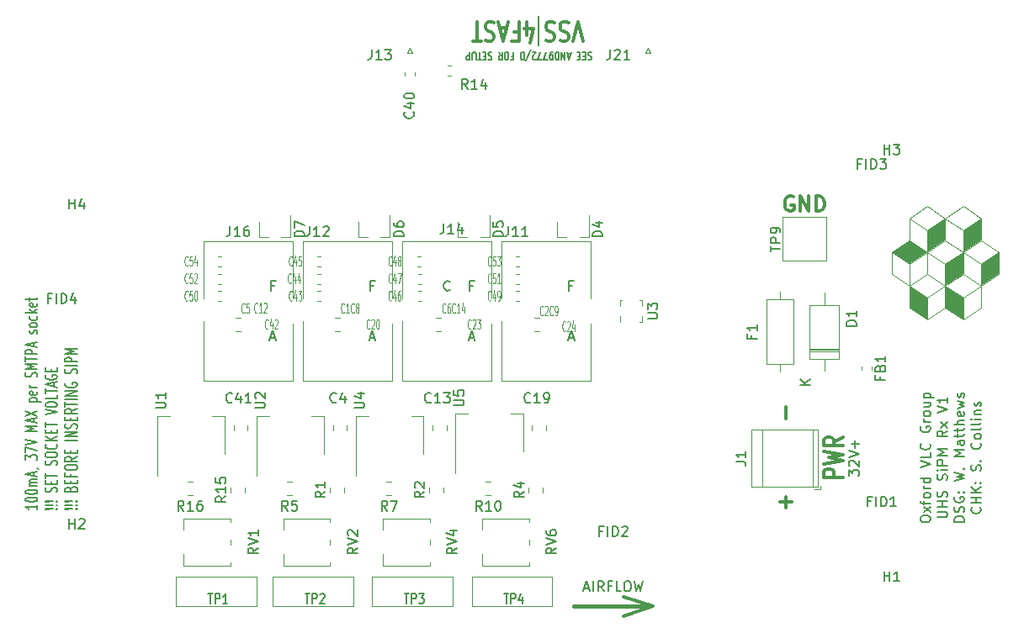
<source format=gbr>
G04 #@! TF.GenerationSoftware,KiCad,Pcbnew,5.1.6-c6e7f7d~87~ubuntu18.04.1*
G04 #@! TF.CreationDate,2021-01-06T16:55:31+00:00*
G04 #@! TF.ProjectId,multi-smtpa_linear,6d756c74-692d-4736-9d74-70615f6c696e,rev?*
G04 #@! TF.SameCoordinates,Original*
G04 #@! TF.FileFunction,Legend,Top*
G04 #@! TF.FilePolarity,Positive*
%FSLAX46Y46*%
G04 Gerber Fmt 4.6, Leading zero omitted, Abs format (unit mm)*
G04 Created by KiCad (PCBNEW 5.1.6-c6e7f7d~87~ubuntu18.04.1) date 2021-01-06 16:55:31*
%MOMM*%
%LPD*%
G01*
G04 APERTURE LIST*
%ADD10C,0.150000*%
%ADD11C,0.300000*%
%ADD12C,0.400000*%
%ADD13C,0.100000*%
%ADD14C,0.120000*%
%ADD15C,0.200000*%
%ADD16C,0.375000*%
%ADD17C,0.125000*%
G04 APERTURE END LIST*
D10*
X152500000Y-42500000D02*
X152500000Y-45500000D01*
D11*
X178107142Y-60750000D02*
X177964285Y-60678571D01*
X177750000Y-60678571D01*
X177535714Y-60750000D01*
X177392857Y-60892857D01*
X177321428Y-61035714D01*
X177250000Y-61321428D01*
X177250000Y-61535714D01*
X177321428Y-61821428D01*
X177392857Y-61964285D01*
X177535714Y-62107142D01*
X177750000Y-62178571D01*
X177892857Y-62178571D01*
X178107142Y-62107142D01*
X178178571Y-62035714D01*
X178178571Y-61535714D01*
X177892857Y-61535714D01*
X178821428Y-62178571D02*
X178821428Y-60678571D01*
X179678571Y-62178571D01*
X179678571Y-60678571D01*
X180392857Y-62178571D02*
X180392857Y-60678571D01*
X180750000Y-60678571D01*
X180964285Y-60750000D01*
X181107142Y-60892857D01*
X181178571Y-61035714D01*
X181250000Y-61321428D01*
X181250000Y-61535714D01*
X181178571Y-61821428D01*
X181107142Y-61964285D01*
X180964285Y-62107142D01*
X180750000Y-62178571D01*
X180392857Y-62178571D01*
D10*
X157095238Y-100166666D02*
X157571428Y-100166666D01*
X157000000Y-100452380D02*
X157333333Y-99452380D01*
X157666666Y-100452380D01*
X158000000Y-100452380D02*
X158000000Y-99452380D01*
X159047619Y-100452380D02*
X158714285Y-99976190D01*
X158476190Y-100452380D02*
X158476190Y-99452380D01*
X158857142Y-99452380D01*
X158952380Y-99500000D01*
X159000000Y-99547619D01*
X159047619Y-99642857D01*
X159047619Y-99785714D01*
X159000000Y-99880952D01*
X158952380Y-99928571D01*
X158857142Y-99976190D01*
X158476190Y-99976190D01*
X159809523Y-99928571D02*
X159476190Y-99928571D01*
X159476190Y-100452380D02*
X159476190Y-99452380D01*
X159952380Y-99452380D01*
X160809523Y-100452380D02*
X160333333Y-100452380D01*
X160333333Y-99452380D01*
X161333333Y-99452380D02*
X161523809Y-99452380D01*
X161619047Y-99500000D01*
X161714285Y-99595238D01*
X161761904Y-99785714D01*
X161761904Y-100119047D01*
X161714285Y-100309523D01*
X161619047Y-100404761D01*
X161523809Y-100452380D01*
X161333333Y-100452380D01*
X161238095Y-100404761D01*
X161142857Y-100309523D01*
X161095238Y-100119047D01*
X161095238Y-99785714D01*
X161142857Y-99595238D01*
X161238095Y-99500000D01*
X161333333Y-99452380D01*
X162095238Y-99452380D02*
X162333333Y-100452380D01*
X162523809Y-99738095D01*
X162714285Y-100452380D01*
X162952380Y-99452380D01*
D11*
X164000000Y-102000000D02*
X161000000Y-103000000D01*
X164000000Y-102000000D02*
X161000000Y-101000000D01*
D12*
X156000000Y-102000000D02*
X163500000Y-102000000D01*
D11*
X151285714Y-44428571D02*
X151285714Y-43095238D01*
X151642857Y-45190476D02*
X152000000Y-43761904D01*
X151071428Y-43761904D01*
X150000000Y-44142857D02*
X150500000Y-44142857D01*
X150500000Y-43095238D02*
X150500000Y-45095238D01*
X149785714Y-45095238D01*
X149285714Y-43666666D02*
X148571428Y-43666666D01*
X149428571Y-43095238D02*
X148928571Y-45095238D01*
X148428571Y-43095238D01*
X148000000Y-43190476D02*
X147785714Y-43095238D01*
X147428571Y-43095238D01*
X147285714Y-43190476D01*
X147214285Y-43285714D01*
X147142857Y-43476190D01*
X147142857Y-43666666D01*
X147214285Y-43857142D01*
X147285714Y-43952380D01*
X147428571Y-44047619D01*
X147714285Y-44142857D01*
X147857142Y-44238095D01*
X147928571Y-44333333D01*
X148000000Y-44523809D01*
X148000000Y-44714285D01*
X147928571Y-44904761D01*
X147857142Y-45000000D01*
X147714285Y-45095238D01*
X147357142Y-45095238D01*
X147142857Y-45000000D01*
X146714285Y-45095238D02*
X145857142Y-45095238D01*
X146285714Y-43095238D02*
X146285714Y-45095238D01*
D10*
X157800000Y-46176190D02*
X157714285Y-46138095D01*
X157571428Y-46138095D01*
X157514285Y-46176190D01*
X157485714Y-46214285D01*
X157457142Y-46290476D01*
X157457142Y-46366666D01*
X157485714Y-46442857D01*
X157514285Y-46480952D01*
X157571428Y-46519047D01*
X157685714Y-46557142D01*
X157742857Y-46595238D01*
X157771428Y-46633333D01*
X157800000Y-46709523D01*
X157800000Y-46785714D01*
X157771428Y-46861904D01*
X157742857Y-46900000D01*
X157685714Y-46938095D01*
X157542857Y-46938095D01*
X157457142Y-46900000D01*
X157200000Y-46557142D02*
X157000000Y-46557142D01*
X156914285Y-46138095D02*
X157200000Y-46138095D01*
X157200000Y-46938095D01*
X156914285Y-46938095D01*
X156657142Y-46557142D02*
X156457142Y-46557142D01*
X156371428Y-46138095D02*
X156657142Y-46138095D01*
X156657142Y-46938095D01*
X156371428Y-46938095D01*
X155685714Y-46366666D02*
X155400000Y-46366666D01*
X155742857Y-46138095D02*
X155542857Y-46938095D01*
X155342857Y-46138095D01*
X155142857Y-46138095D02*
X155142857Y-46938095D01*
X154800000Y-46138095D01*
X154800000Y-46938095D01*
X154514285Y-46138095D02*
X154514285Y-46938095D01*
X154371428Y-46938095D01*
X154285714Y-46900000D01*
X154228571Y-46823809D01*
X154200000Y-46747619D01*
X154171428Y-46595238D01*
X154171428Y-46480952D01*
X154200000Y-46328571D01*
X154228571Y-46252380D01*
X154285714Y-46176190D01*
X154371428Y-46138095D01*
X154514285Y-46138095D01*
X153885714Y-46138095D02*
X153771428Y-46138095D01*
X153714285Y-46176190D01*
X153685714Y-46214285D01*
X153628571Y-46328571D01*
X153600000Y-46480952D01*
X153600000Y-46785714D01*
X153628571Y-46861904D01*
X153657142Y-46900000D01*
X153714285Y-46938095D01*
X153828571Y-46938095D01*
X153885714Y-46900000D01*
X153914285Y-46861904D01*
X153942857Y-46785714D01*
X153942857Y-46595238D01*
X153914285Y-46519047D01*
X153885714Y-46480952D01*
X153828571Y-46442857D01*
X153714285Y-46442857D01*
X153657142Y-46480952D01*
X153628571Y-46519047D01*
X153600000Y-46595238D01*
X153400000Y-46938095D02*
X153000000Y-46938095D01*
X153257142Y-46138095D01*
X152828571Y-46938095D02*
X152428571Y-46938095D01*
X152685714Y-46138095D01*
X152228571Y-46861904D02*
X152200000Y-46900000D01*
X152142857Y-46938095D01*
X152000000Y-46938095D01*
X151942857Y-46900000D01*
X151914285Y-46861904D01*
X151885714Y-46785714D01*
X151885714Y-46709523D01*
X151914285Y-46595238D01*
X152257142Y-46138095D01*
X151885714Y-46138095D01*
X151200000Y-46976190D02*
X151714285Y-45947619D01*
X151000000Y-46138095D02*
X151000000Y-46938095D01*
X150857142Y-46938095D01*
X150771428Y-46900000D01*
X150714285Y-46823809D01*
X150685714Y-46747619D01*
X150657142Y-46595238D01*
X150657142Y-46480952D01*
X150685714Y-46328571D01*
X150714285Y-46252380D01*
X150771428Y-46176190D01*
X150857142Y-46138095D01*
X151000000Y-46138095D01*
X149742857Y-46557142D02*
X149942857Y-46557142D01*
X149942857Y-46138095D02*
X149942857Y-46938095D01*
X149657142Y-46938095D01*
X149314285Y-46938095D02*
X149200000Y-46938095D01*
X149142857Y-46900000D01*
X149085714Y-46823809D01*
X149057142Y-46671428D01*
X149057142Y-46404761D01*
X149085714Y-46252380D01*
X149142857Y-46176190D01*
X149200000Y-46138095D01*
X149314285Y-46138095D01*
X149371428Y-46176190D01*
X149428571Y-46252380D01*
X149457142Y-46404761D01*
X149457142Y-46671428D01*
X149428571Y-46823809D01*
X149371428Y-46900000D01*
X149314285Y-46938095D01*
X148457142Y-46138095D02*
X148657142Y-46519047D01*
X148800000Y-46138095D02*
X148800000Y-46938095D01*
X148571428Y-46938095D01*
X148514285Y-46900000D01*
X148485714Y-46861904D01*
X148457142Y-46785714D01*
X148457142Y-46671428D01*
X148485714Y-46595238D01*
X148514285Y-46557142D01*
X148571428Y-46519047D01*
X148800000Y-46519047D01*
X147771428Y-46176190D02*
X147685714Y-46138095D01*
X147542857Y-46138095D01*
X147485714Y-46176190D01*
X147457142Y-46214285D01*
X147428571Y-46290476D01*
X147428571Y-46366666D01*
X147457142Y-46442857D01*
X147485714Y-46480952D01*
X147542857Y-46519047D01*
X147657142Y-46557142D01*
X147714285Y-46595238D01*
X147742857Y-46633333D01*
X147771428Y-46709523D01*
X147771428Y-46785714D01*
X147742857Y-46861904D01*
X147714285Y-46900000D01*
X147657142Y-46938095D01*
X147514285Y-46938095D01*
X147428571Y-46900000D01*
X147171428Y-46557142D02*
X146971428Y-46557142D01*
X146885714Y-46138095D02*
X147171428Y-46138095D01*
X147171428Y-46938095D01*
X146885714Y-46938095D01*
X146714285Y-46938095D02*
X146371428Y-46938095D01*
X146542857Y-46138095D02*
X146542857Y-46938095D01*
X146171428Y-46938095D02*
X146171428Y-46290476D01*
X146142857Y-46214285D01*
X146114285Y-46176190D01*
X146057142Y-46138095D01*
X145942857Y-46138095D01*
X145885714Y-46176190D01*
X145857142Y-46214285D01*
X145828571Y-46290476D01*
X145828571Y-46938095D01*
X145542857Y-46138095D02*
X145542857Y-46938095D01*
X145314285Y-46938095D01*
X145257142Y-46900000D01*
X145228571Y-46861904D01*
X145200000Y-46785714D01*
X145200000Y-46671428D01*
X145228571Y-46595238D01*
X145257142Y-46557142D01*
X145314285Y-46519047D01*
X145542857Y-46519047D01*
D13*
G36*
X195200000Y-68500000D02*
G01*
X193400000Y-69700000D01*
X193400000Y-67500000D01*
X195200000Y-66300000D01*
X195200000Y-68500000D01*
G37*
X195200000Y-68500000D02*
X193400000Y-69700000D01*
X193400000Y-67500000D01*
X195200000Y-66300000D01*
X195200000Y-68500000D01*
G36*
X195200000Y-70900000D02*
G01*
X195200000Y-73100000D01*
X193400000Y-71900000D01*
X193400000Y-69700000D01*
X195200000Y-70900000D01*
G37*
X195200000Y-70900000D02*
X195200000Y-73100000D01*
X193400000Y-71900000D01*
X193400000Y-69700000D01*
X195200000Y-70900000D01*
G36*
X197000000Y-65100000D02*
G01*
X195200000Y-66300000D01*
X195200000Y-64100000D01*
X197000000Y-62900000D01*
X197000000Y-65100000D01*
G37*
X197000000Y-65100000D02*
X195200000Y-66300000D01*
X195200000Y-64100000D01*
X197000000Y-62900000D01*
X197000000Y-65100000D01*
G36*
X198800000Y-68500000D02*
G01*
X197000000Y-69700000D01*
X197000000Y-67500000D01*
X198800000Y-66300000D01*
X198800000Y-68500000D01*
G37*
X198800000Y-68500000D02*
X197000000Y-69700000D01*
X197000000Y-67500000D01*
X198800000Y-66300000D01*
X198800000Y-68500000D01*
G36*
X191600000Y-66300000D02*
G01*
X189800000Y-67500000D01*
X188000000Y-66300000D01*
X189800000Y-65100000D01*
X191600000Y-66300000D01*
G37*
X191600000Y-66300000D02*
X189800000Y-67500000D01*
X188000000Y-66300000D01*
X189800000Y-65100000D01*
X191600000Y-66300000D01*
G36*
X191600000Y-70900000D02*
G01*
X191600000Y-73100000D01*
X189800000Y-71900000D01*
X189800000Y-69700000D01*
X191600000Y-70900000D01*
G37*
X191600000Y-70900000D02*
X191600000Y-73100000D01*
X189800000Y-71900000D01*
X189800000Y-69700000D01*
X191600000Y-70900000D01*
G36*
X193400000Y-65100000D02*
G01*
X191600000Y-66300000D01*
X191600000Y-64100000D01*
X193400000Y-62900000D01*
X193400000Y-65100000D01*
G37*
X193400000Y-65100000D02*
X191600000Y-66300000D01*
X191600000Y-64100000D01*
X193400000Y-62900000D01*
X193400000Y-65100000D01*
D14*
X189800000Y-65100000D02*
X188000000Y-66300000D01*
X189800000Y-69700000D02*
X191600000Y-68500000D01*
X188000000Y-66300000D02*
X189800000Y-67500000D01*
X189800000Y-69700000D02*
X189800000Y-67500000D01*
X188000000Y-68500000D02*
X189800000Y-69700000D01*
X188000000Y-66300000D02*
X188000000Y-68500000D01*
X191600000Y-66300000D02*
X189800000Y-65100000D01*
X189800000Y-67500000D02*
X191600000Y-66300000D01*
X191600000Y-68500000D02*
X191600000Y-66300000D01*
X191600000Y-68500000D02*
X189800000Y-69700000D01*
X191600000Y-73100000D02*
X193400000Y-71900000D01*
X189800000Y-69700000D02*
X191600000Y-70900000D01*
X191600000Y-73100000D02*
X191600000Y-70900000D01*
X189800000Y-71900000D02*
X191600000Y-73100000D01*
X189800000Y-69700000D02*
X189800000Y-71900000D01*
X193400000Y-69700000D02*
X191600000Y-68500000D01*
X191600000Y-70900000D02*
X193400000Y-69700000D01*
X193400000Y-71900000D02*
X193400000Y-69700000D01*
X195200000Y-68500000D02*
X193400000Y-69700000D01*
X195200000Y-73100000D02*
X197000000Y-71900000D01*
X193400000Y-69700000D02*
X195200000Y-70900000D01*
X195200000Y-73100000D02*
X195200000Y-70900000D01*
X193400000Y-71900000D02*
X195200000Y-73100000D01*
X193400000Y-69700000D02*
X193400000Y-71900000D01*
X197000000Y-69700000D02*
X195200000Y-68500000D01*
X195200000Y-70900000D02*
X197000000Y-69700000D01*
X197000000Y-71900000D02*
X197000000Y-69700000D01*
X197000000Y-65100000D02*
X195200000Y-66300000D01*
X197000000Y-69700000D02*
X198800000Y-68500000D01*
X195200000Y-66300000D02*
X197000000Y-67500000D01*
X197000000Y-69700000D02*
X197000000Y-67500000D01*
X195200000Y-68500000D02*
X197000000Y-69700000D01*
X195200000Y-66300000D02*
X195200000Y-68500000D01*
X198800000Y-66300000D02*
X197000000Y-65100000D01*
X197000000Y-67500000D02*
X198800000Y-66300000D01*
X198800000Y-68500000D02*
X198800000Y-66300000D01*
X193400000Y-65100000D02*
X191600000Y-66300000D01*
X193400000Y-69700000D02*
X195200000Y-68500000D01*
X191600000Y-66300000D02*
X193400000Y-67500000D01*
X193400000Y-69700000D02*
X193400000Y-67500000D01*
X191600000Y-68500000D02*
X193400000Y-69700000D01*
X191600000Y-66300000D02*
X191600000Y-68500000D01*
X195200000Y-66300000D02*
X193400000Y-65100000D01*
X193400000Y-67500000D02*
X195200000Y-66300000D01*
X195200000Y-68500000D02*
X195200000Y-66300000D01*
X195200000Y-61700000D02*
X193400000Y-62900000D01*
X195200000Y-66300000D02*
X197000000Y-65100000D01*
X193400000Y-62900000D02*
X195200000Y-64100000D01*
X195200000Y-66300000D02*
X195200000Y-64100000D01*
X193400000Y-65100000D02*
X195200000Y-66300000D01*
X193400000Y-62900000D02*
X193400000Y-65100000D01*
X197000000Y-62900000D02*
X195200000Y-61700000D01*
X195200000Y-64100000D02*
X197000000Y-62900000D01*
X197000000Y-65100000D02*
X197000000Y-62900000D01*
X191600000Y-64100000D02*
X193400000Y-62900000D01*
X189800000Y-62900000D02*
X191600000Y-64100000D01*
X191600000Y-66300000D02*
X191600000Y-64100000D01*
X189800000Y-65100000D02*
X191600000Y-66300000D01*
X189800000Y-62900000D02*
X189800000Y-65100000D01*
X191600000Y-61700000D02*
X189800000Y-62900000D01*
X193400000Y-62900000D02*
X191600000Y-61700000D01*
X193400000Y-65100000D02*
X193400000Y-62900000D01*
X191600000Y-66300000D02*
X193400000Y-65100000D01*
D15*
X102042857Y-91760476D02*
X102042857Y-92217619D01*
X102042857Y-91989047D02*
X100842857Y-91989047D01*
X101014285Y-92065238D01*
X101128571Y-92141428D01*
X101185714Y-92217619D01*
X100842857Y-91265238D02*
X100842857Y-91189047D01*
X100900000Y-91112857D01*
X100957142Y-91074761D01*
X101071428Y-91036666D01*
X101300000Y-90998571D01*
X101585714Y-90998571D01*
X101814285Y-91036666D01*
X101928571Y-91074761D01*
X101985714Y-91112857D01*
X102042857Y-91189047D01*
X102042857Y-91265238D01*
X101985714Y-91341428D01*
X101928571Y-91379523D01*
X101814285Y-91417619D01*
X101585714Y-91455714D01*
X101300000Y-91455714D01*
X101071428Y-91417619D01*
X100957142Y-91379523D01*
X100900000Y-91341428D01*
X100842857Y-91265238D01*
X100842857Y-90503333D02*
X100842857Y-90427142D01*
X100900000Y-90350952D01*
X100957142Y-90312857D01*
X101071428Y-90274761D01*
X101300000Y-90236666D01*
X101585714Y-90236666D01*
X101814285Y-90274761D01*
X101928571Y-90312857D01*
X101985714Y-90350952D01*
X102042857Y-90427142D01*
X102042857Y-90503333D01*
X101985714Y-90579523D01*
X101928571Y-90617619D01*
X101814285Y-90655714D01*
X101585714Y-90693809D01*
X101300000Y-90693809D01*
X101071428Y-90655714D01*
X100957142Y-90617619D01*
X100900000Y-90579523D01*
X100842857Y-90503333D01*
X102042857Y-89893809D02*
X101242857Y-89893809D01*
X101357142Y-89893809D02*
X101300000Y-89855714D01*
X101242857Y-89779523D01*
X101242857Y-89665238D01*
X101300000Y-89589047D01*
X101414285Y-89550952D01*
X102042857Y-89550952D01*
X101414285Y-89550952D02*
X101300000Y-89512857D01*
X101242857Y-89436666D01*
X101242857Y-89322380D01*
X101300000Y-89246190D01*
X101414285Y-89208095D01*
X102042857Y-89208095D01*
X101700000Y-88865238D02*
X101700000Y-88484285D01*
X102042857Y-88941428D02*
X100842857Y-88674761D01*
X102042857Y-88408095D01*
X101985714Y-88103333D02*
X102042857Y-88103333D01*
X102157142Y-88141428D01*
X102214285Y-88179523D01*
X100842857Y-87227142D02*
X100842857Y-86731904D01*
X101300000Y-86998571D01*
X101300000Y-86884285D01*
X101357142Y-86808095D01*
X101414285Y-86770000D01*
X101528571Y-86731904D01*
X101814285Y-86731904D01*
X101928571Y-86770000D01*
X101985714Y-86808095D01*
X102042857Y-86884285D01*
X102042857Y-87112857D01*
X101985714Y-87189047D01*
X101928571Y-87227142D01*
X100842857Y-86465238D02*
X100842857Y-85931904D01*
X102042857Y-86274761D01*
X100842857Y-85741428D02*
X102042857Y-85474761D01*
X100842857Y-85208095D01*
X102042857Y-84331904D02*
X100842857Y-84331904D01*
X101700000Y-84065238D01*
X100842857Y-83798571D01*
X102042857Y-83798571D01*
X101700000Y-83455714D02*
X101700000Y-83074761D01*
X102042857Y-83531904D02*
X100842857Y-83265238D01*
X102042857Y-82998571D01*
X100842857Y-82808095D02*
X102042857Y-82274761D01*
X100842857Y-82274761D02*
X102042857Y-82808095D01*
X101242857Y-81360476D02*
X102442857Y-81360476D01*
X101300000Y-81360476D02*
X101242857Y-81284285D01*
X101242857Y-81131904D01*
X101300000Y-81055714D01*
X101357142Y-81017619D01*
X101471428Y-80979523D01*
X101814285Y-80979523D01*
X101928571Y-81017619D01*
X101985714Y-81055714D01*
X102042857Y-81131904D01*
X102042857Y-81284285D01*
X101985714Y-81360476D01*
X101985714Y-80331904D02*
X102042857Y-80408095D01*
X102042857Y-80560476D01*
X101985714Y-80636666D01*
X101871428Y-80674761D01*
X101414285Y-80674761D01*
X101300000Y-80636666D01*
X101242857Y-80560476D01*
X101242857Y-80408095D01*
X101300000Y-80331904D01*
X101414285Y-80293809D01*
X101528571Y-80293809D01*
X101642857Y-80674761D01*
X102042857Y-79950952D02*
X101242857Y-79950952D01*
X101471428Y-79950952D02*
X101357142Y-79912857D01*
X101300000Y-79874761D01*
X101242857Y-79798571D01*
X101242857Y-79722380D01*
X101985714Y-78884285D02*
X102042857Y-78770000D01*
X102042857Y-78579523D01*
X101985714Y-78503333D01*
X101928571Y-78465238D01*
X101814285Y-78427142D01*
X101700000Y-78427142D01*
X101585714Y-78465238D01*
X101528571Y-78503333D01*
X101471428Y-78579523D01*
X101414285Y-78731904D01*
X101357142Y-78808095D01*
X101300000Y-78846190D01*
X101185714Y-78884285D01*
X101071428Y-78884285D01*
X100957142Y-78846190D01*
X100900000Y-78808095D01*
X100842857Y-78731904D01*
X100842857Y-78541428D01*
X100900000Y-78427142D01*
X102042857Y-78084285D02*
X100842857Y-78084285D01*
X101700000Y-77817619D01*
X100842857Y-77550952D01*
X102042857Y-77550952D01*
X100842857Y-77284285D02*
X100842857Y-76827142D01*
X102042857Y-77055714D02*
X100842857Y-77055714D01*
X102042857Y-76560476D02*
X100842857Y-76560476D01*
X100842857Y-76255714D01*
X100900000Y-76179523D01*
X100957142Y-76141428D01*
X101071428Y-76103333D01*
X101242857Y-76103333D01*
X101357142Y-76141428D01*
X101414285Y-76179523D01*
X101471428Y-76255714D01*
X101471428Y-76560476D01*
X101700000Y-75798571D02*
X101700000Y-75417619D01*
X102042857Y-75874761D02*
X100842857Y-75608095D01*
X102042857Y-75341428D01*
X101985714Y-74503333D02*
X102042857Y-74427142D01*
X102042857Y-74274761D01*
X101985714Y-74198571D01*
X101871428Y-74160476D01*
X101814285Y-74160476D01*
X101700000Y-74198571D01*
X101642857Y-74274761D01*
X101642857Y-74389047D01*
X101585714Y-74465238D01*
X101471428Y-74503333D01*
X101414285Y-74503333D01*
X101300000Y-74465238D01*
X101242857Y-74389047D01*
X101242857Y-74274761D01*
X101300000Y-74198571D01*
X102042857Y-73703333D02*
X101985714Y-73779523D01*
X101928571Y-73817619D01*
X101814285Y-73855714D01*
X101471428Y-73855714D01*
X101357142Y-73817619D01*
X101300000Y-73779523D01*
X101242857Y-73703333D01*
X101242857Y-73589047D01*
X101300000Y-73512857D01*
X101357142Y-73474761D01*
X101471428Y-73436666D01*
X101814285Y-73436666D01*
X101928571Y-73474761D01*
X101985714Y-73512857D01*
X102042857Y-73589047D01*
X102042857Y-73703333D01*
X101985714Y-72750952D02*
X102042857Y-72827142D01*
X102042857Y-72979523D01*
X101985714Y-73055714D01*
X101928571Y-73093809D01*
X101814285Y-73131904D01*
X101471428Y-73131904D01*
X101357142Y-73093809D01*
X101300000Y-73055714D01*
X101242857Y-72979523D01*
X101242857Y-72827142D01*
X101300000Y-72750952D01*
X102042857Y-72408095D02*
X100842857Y-72408095D01*
X101585714Y-72331904D02*
X102042857Y-72103333D01*
X101242857Y-72103333D02*
X101700000Y-72408095D01*
X101985714Y-71455714D02*
X102042857Y-71531904D01*
X102042857Y-71684285D01*
X101985714Y-71760476D01*
X101871428Y-71798571D01*
X101414285Y-71798571D01*
X101300000Y-71760476D01*
X101242857Y-71684285D01*
X101242857Y-71531904D01*
X101300000Y-71455714D01*
X101414285Y-71417619D01*
X101528571Y-71417619D01*
X101642857Y-71798571D01*
X101242857Y-71189047D02*
X101242857Y-70884285D01*
X100842857Y-71074761D02*
X101871428Y-71074761D01*
X101985714Y-71036666D01*
X102042857Y-70960476D01*
X102042857Y-70884285D01*
X103928571Y-92179523D02*
X103985714Y-92141428D01*
X104042857Y-92179523D01*
X103985714Y-92217619D01*
X103928571Y-92179523D01*
X104042857Y-92179523D01*
X103585714Y-92179523D02*
X102900000Y-92217619D01*
X102842857Y-92179523D01*
X102900000Y-92141428D01*
X103585714Y-92179523D01*
X102842857Y-92179523D01*
X103928571Y-91798571D02*
X103985714Y-91760476D01*
X104042857Y-91798571D01*
X103985714Y-91836666D01*
X103928571Y-91798571D01*
X104042857Y-91798571D01*
X103585714Y-91798571D02*
X102900000Y-91836666D01*
X102842857Y-91798571D01*
X102900000Y-91760476D01*
X103585714Y-91798571D01*
X102842857Y-91798571D01*
X103928571Y-91417619D02*
X103985714Y-91379523D01*
X104042857Y-91417619D01*
X103985714Y-91455714D01*
X103928571Y-91417619D01*
X104042857Y-91417619D01*
X103585714Y-91417619D02*
X102900000Y-91455714D01*
X102842857Y-91417619D01*
X102900000Y-91379523D01*
X103585714Y-91417619D01*
X102842857Y-91417619D01*
X103985714Y-90465238D02*
X104042857Y-90350952D01*
X104042857Y-90160476D01*
X103985714Y-90084285D01*
X103928571Y-90046190D01*
X103814285Y-90008095D01*
X103700000Y-90008095D01*
X103585714Y-90046190D01*
X103528571Y-90084285D01*
X103471428Y-90160476D01*
X103414285Y-90312857D01*
X103357142Y-90389047D01*
X103300000Y-90427142D01*
X103185714Y-90465238D01*
X103071428Y-90465238D01*
X102957142Y-90427142D01*
X102900000Y-90389047D01*
X102842857Y-90312857D01*
X102842857Y-90122380D01*
X102900000Y-90008095D01*
X103414285Y-89665238D02*
X103414285Y-89398571D01*
X104042857Y-89284285D02*
X104042857Y-89665238D01*
X102842857Y-89665238D01*
X102842857Y-89284285D01*
X102842857Y-89055714D02*
X102842857Y-88598571D01*
X104042857Y-88827142D02*
X102842857Y-88827142D01*
X103985714Y-87760476D02*
X104042857Y-87646190D01*
X104042857Y-87455714D01*
X103985714Y-87379523D01*
X103928571Y-87341428D01*
X103814285Y-87303333D01*
X103700000Y-87303333D01*
X103585714Y-87341428D01*
X103528571Y-87379523D01*
X103471428Y-87455714D01*
X103414285Y-87608095D01*
X103357142Y-87684285D01*
X103300000Y-87722380D01*
X103185714Y-87760476D01*
X103071428Y-87760476D01*
X102957142Y-87722380D01*
X102900000Y-87684285D01*
X102842857Y-87608095D01*
X102842857Y-87417619D01*
X102900000Y-87303333D01*
X102842857Y-86808095D02*
X102842857Y-86655714D01*
X102900000Y-86579523D01*
X103014285Y-86503333D01*
X103242857Y-86465238D01*
X103642857Y-86465238D01*
X103871428Y-86503333D01*
X103985714Y-86579523D01*
X104042857Y-86655714D01*
X104042857Y-86808095D01*
X103985714Y-86884285D01*
X103871428Y-86960476D01*
X103642857Y-86998571D01*
X103242857Y-86998571D01*
X103014285Y-86960476D01*
X102900000Y-86884285D01*
X102842857Y-86808095D01*
X103928571Y-85665238D02*
X103985714Y-85703333D01*
X104042857Y-85817619D01*
X104042857Y-85893809D01*
X103985714Y-86008095D01*
X103871428Y-86084285D01*
X103757142Y-86122380D01*
X103528571Y-86160476D01*
X103357142Y-86160476D01*
X103128571Y-86122380D01*
X103014285Y-86084285D01*
X102900000Y-86008095D01*
X102842857Y-85893809D01*
X102842857Y-85817619D01*
X102900000Y-85703333D01*
X102957142Y-85665238D01*
X104042857Y-85322380D02*
X102842857Y-85322380D01*
X104042857Y-84865238D02*
X103357142Y-85208095D01*
X102842857Y-84865238D02*
X103528571Y-85322380D01*
X103414285Y-84522380D02*
X103414285Y-84255714D01*
X104042857Y-84141428D02*
X104042857Y-84522380D01*
X102842857Y-84522380D01*
X102842857Y-84141428D01*
X102842857Y-83912857D02*
X102842857Y-83455714D01*
X104042857Y-83684285D02*
X102842857Y-83684285D01*
X102842857Y-82693809D02*
X104042857Y-82427142D01*
X102842857Y-82160476D01*
X102842857Y-81741428D02*
X102842857Y-81589047D01*
X102900000Y-81512857D01*
X103014285Y-81436666D01*
X103242857Y-81398571D01*
X103642857Y-81398571D01*
X103871428Y-81436666D01*
X103985714Y-81512857D01*
X104042857Y-81589047D01*
X104042857Y-81741428D01*
X103985714Y-81817619D01*
X103871428Y-81893809D01*
X103642857Y-81931904D01*
X103242857Y-81931904D01*
X103014285Y-81893809D01*
X102900000Y-81817619D01*
X102842857Y-81741428D01*
X104042857Y-80674761D02*
X104042857Y-81055714D01*
X102842857Y-81055714D01*
X102842857Y-80522380D02*
X102842857Y-80065238D01*
X104042857Y-80293809D02*
X102842857Y-80293809D01*
X103700000Y-79836666D02*
X103700000Y-79455714D01*
X104042857Y-79912857D02*
X102842857Y-79646190D01*
X104042857Y-79379523D01*
X102900000Y-78693809D02*
X102842857Y-78770000D01*
X102842857Y-78884285D01*
X102900000Y-78998571D01*
X103014285Y-79074761D01*
X103128571Y-79112857D01*
X103357142Y-79150952D01*
X103528571Y-79150952D01*
X103757142Y-79112857D01*
X103871428Y-79074761D01*
X103985714Y-78998571D01*
X104042857Y-78884285D01*
X104042857Y-78808095D01*
X103985714Y-78693809D01*
X103928571Y-78655714D01*
X103528571Y-78655714D01*
X103528571Y-78808095D01*
X103414285Y-78312857D02*
X103414285Y-78046190D01*
X104042857Y-77931904D02*
X104042857Y-78312857D01*
X102842857Y-78312857D01*
X102842857Y-77931904D01*
X105928571Y-92179523D02*
X105985714Y-92141428D01*
X106042857Y-92179523D01*
X105985714Y-92217619D01*
X105928571Y-92179523D01*
X106042857Y-92179523D01*
X105585714Y-92179523D02*
X104900000Y-92217619D01*
X104842857Y-92179523D01*
X104900000Y-92141428D01*
X105585714Y-92179523D01*
X104842857Y-92179523D01*
X105928571Y-91798571D02*
X105985714Y-91760476D01*
X106042857Y-91798571D01*
X105985714Y-91836666D01*
X105928571Y-91798571D01*
X106042857Y-91798571D01*
X105585714Y-91798571D02*
X104900000Y-91836666D01*
X104842857Y-91798571D01*
X104900000Y-91760476D01*
X105585714Y-91798571D01*
X104842857Y-91798571D01*
X105928571Y-91417619D02*
X105985714Y-91379523D01*
X106042857Y-91417619D01*
X105985714Y-91455714D01*
X105928571Y-91417619D01*
X106042857Y-91417619D01*
X105585714Y-91417619D02*
X104900000Y-91455714D01*
X104842857Y-91417619D01*
X104900000Y-91379523D01*
X105585714Y-91417619D01*
X104842857Y-91417619D01*
X105414285Y-90160476D02*
X105471428Y-90046190D01*
X105528571Y-90008095D01*
X105642857Y-89970000D01*
X105814285Y-89970000D01*
X105928571Y-90008095D01*
X105985714Y-90046190D01*
X106042857Y-90122380D01*
X106042857Y-90427142D01*
X104842857Y-90427142D01*
X104842857Y-90160476D01*
X104900000Y-90084285D01*
X104957142Y-90046190D01*
X105071428Y-90008095D01*
X105185714Y-90008095D01*
X105300000Y-90046190D01*
X105357142Y-90084285D01*
X105414285Y-90160476D01*
X105414285Y-90427142D01*
X105414285Y-89627142D02*
X105414285Y-89360476D01*
X106042857Y-89246190D02*
X106042857Y-89627142D01*
X104842857Y-89627142D01*
X104842857Y-89246190D01*
X105414285Y-88636666D02*
X105414285Y-88903333D01*
X106042857Y-88903333D02*
X104842857Y-88903333D01*
X104842857Y-88522380D01*
X104842857Y-88065238D02*
X104842857Y-87912857D01*
X104900000Y-87836666D01*
X105014285Y-87760476D01*
X105242857Y-87722380D01*
X105642857Y-87722380D01*
X105871428Y-87760476D01*
X105985714Y-87836666D01*
X106042857Y-87912857D01*
X106042857Y-88065238D01*
X105985714Y-88141428D01*
X105871428Y-88217619D01*
X105642857Y-88255714D01*
X105242857Y-88255714D01*
X105014285Y-88217619D01*
X104900000Y-88141428D01*
X104842857Y-88065238D01*
X106042857Y-86922380D02*
X105471428Y-87189047D01*
X106042857Y-87379523D02*
X104842857Y-87379523D01*
X104842857Y-87074761D01*
X104900000Y-86998571D01*
X104957142Y-86960476D01*
X105071428Y-86922380D01*
X105242857Y-86922380D01*
X105357142Y-86960476D01*
X105414285Y-86998571D01*
X105471428Y-87074761D01*
X105471428Y-87379523D01*
X105414285Y-86579523D02*
X105414285Y-86312857D01*
X106042857Y-86198571D02*
X106042857Y-86579523D01*
X104842857Y-86579523D01*
X104842857Y-86198571D01*
X106042857Y-85246190D02*
X104842857Y-85246190D01*
X106042857Y-84865238D02*
X104842857Y-84865238D01*
X106042857Y-84408095D01*
X104842857Y-84408095D01*
X105985714Y-84065238D02*
X106042857Y-83950952D01*
X106042857Y-83760476D01*
X105985714Y-83684285D01*
X105928571Y-83646190D01*
X105814285Y-83608095D01*
X105700000Y-83608095D01*
X105585714Y-83646190D01*
X105528571Y-83684285D01*
X105471428Y-83760476D01*
X105414285Y-83912857D01*
X105357142Y-83989047D01*
X105300000Y-84027142D01*
X105185714Y-84065238D01*
X105071428Y-84065238D01*
X104957142Y-84027142D01*
X104900000Y-83989047D01*
X104842857Y-83912857D01*
X104842857Y-83722380D01*
X104900000Y-83608095D01*
X105414285Y-83265238D02*
X105414285Y-82998571D01*
X106042857Y-82884285D02*
X106042857Y-83265238D01*
X104842857Y-83265238D01*
X104842857Y-82884285D01*
X106042857Y-82084285D02*
X105471428Y-82350952D01*
X106042857Y-82541428D02*
X104842857Y-82541428D01*
X104842857Y-82236666D01*
X104900000Y-82160476D01*
X104957142Y-82122380D01*
X105071428Y-82084285D01*
X105242857Y-82084285D01*
X105357142Y-82122380D01*
X105414285Y-82160476D01*
X105471428Y-82236666D01*
X105471428Y-82541428D01*
X104842857Y-81855714D02*
X104842857Y-81398571D01*
X106042857Y-81627142D02*
X104842857Y-81627142D01*
X106042857Y-81131904D02*
X104842857Y-81131904D01*
X106042857Y-80750952D02*
X104842857Y-80750952D01*
X106042857Y-80293809D01*
X104842857Y-80293809D01*
X104900000Y-79493809D02*
X104842857Y-79570000D01*
X104842857Y-79684285D01*
X104900000Y-79798571D01*
X105014285Y-79874761D01*
X105128571Y-79912857D01*
X105357142Y-79950952D01*
X105528571Y-79950952D01*
X105757142Y-79912857D01*
X105871428Y-79874761D01*
X105985714Y-79798571D01*
X106042857Y-79684285D01*
X106042857Y-79608095D01*
X105985714Y-79493809D01*
X105928571Y-79455714D01*
X105528571Y-79455714D01*
X105528571Y-79608095D01*
X105985714Y-78541428D02*
X106042857Y-78427142D01*
X106042857Y-78236666D01*
X105985714Y-78160476D01*
X105928571Y-78122380D01*
X105814285Y-78084285D01*
X105700000Y-78084285D01*
X105585714Y-78122380D01*
X105528571Y-78160476D01*
X105471428Y-78236666D01*
X105414285Y-78389047D01*
X105357142Y-78465238D01*
X105300000Y-78503333D01*
X105185714Y-78541428D01*
X105071428Y-78541428D01*
X104957142Y-78503333D01*
X104900000Y-78465238D01*
X104842857Y-78389047D01*
X104842857Y-78198571D01*
X104900000Y-78084285D01*
X106042857Y-77741428D02*
X104842857Y-77741428D01*
X106042857Y-77360476D02*
X104842857Y-77360476D01*
X104842857Y-77055714D01*
X104900000Y-76979523D01*
X104957142Y-76941428D01*
X105071428Y-76903333D01*
X105242857Y-76903333D01*
X105357142Y-76941428D01*
X105414285Y-76979523D01*
X105471428Y-77055714D01*
X105471428Y-77360476D01*
X106042857Y-76560476D02*
X104842857Y-76560476D01*
X105700000Y-76293809D01*
X104842857Y-76027142D01*
X106042857Y-76027142D01*
D11*
X183154761Y-89000000D02*
X181154761Y-89000000D01*
X181154761Y-88428571D01*
X181250000Y-88285714D01*
X181345238Y-88214285D01*
X181535714Y-88142857D01*
X181821428Y-88142857D01*
X182011904Y-88214285D01*
X182107142Y-88285714D01*
X182202380Y-88428571D01*
X182202380Y-89000000D01*
X181154761Y-87642857D02*
X183154761Y-87285714D01*
X181726190Y-87000000D01*
X183154761Y-86714285D01*
X181154761Y-86357142D01*
X183154761Y-84928571D02*
X182202380Y-85428571D01*
X183154761Y-85785714D02*
X181154761Y-85785714D01*
X181154761Y-85214285D01*
X181250000Y-85071428D01*
X181345238Y-85000000D01*
X181535714Y-84928571D01*
X181821428Y-84928571D01*
X182011904Y-85000000D01*
X182107142Y-85071428D01*
X182202380Y-85214285D01*
X182202380Y-85785714D01*
D15*
X183702380Y-88857142D02*
X183702380Y-88238095D01*
X184083333Y-88571428D01*
X184083333Y-88428571D01*
X184130952Y-88333333D01*
X184178571Y-88285714D01*
X184273809Y-88238095D01*
X184511904Y-88238095D01*
X184607142Y-88285714D01*
X184654761Y-88333333D01*
X184702380Y-88428571D01*
X184702380Y-88714285D01*
X184654761Y-88809523D01*
X184607142Y-88857142D01*
X183797619Y-87857142D02*
X183750000Y-87809523D01*
X183702380Y-87714285D01*
X183702380Y-87476190D01*
X183750000Y-87380952D01*
X183797619Y-87333333D01*
X183892857Y-87285714D01*
X183988095Y-87285714D01*
X184130952Y-87333333D01*
X184702380Y-87904761D01*
X184702380Y-87285714D01*
X183702380Y-87000000D02*
X184702380Y-86666666D01*
X183702380Y-86333333D01*
X184321428Y-86000000D02*
X184321428Y-85238095D01*
X184702380Y-85619047D02*
X183940476Y-85619047D01*
D16*
X177357142Y-83071428D02*
X177357142Y-81928571D01*
D11*
X156928571Y-45095238D02*
X156428571Y-43095238D01*
X155928571Y-45095238D01*
X155500000Y-43190476D02*
X155285714Y-43095238D01*
X154928571Y-43095238D01*
X154785714Y-43190476D01*
X154714285Y-43285714D01*
X154642857Y-43476190D01*
X154642857Y-43666666D01*
X154714285Y-43857142D01*
X154785714Y-43952380D01*
X154928571Y-44047619D01*
X155214285Y-44142857D01*
X155357142Y-44238095D01*
X155428571Y-44333333D01*
X155500000Y-44523809D01*
X155500000Y-44714285D01*
X155428571Y-44904761D01*
X155357142Y-45000000D01*
X155214285Y-45095238D01*
X154857142Y-45095238D01*
X154642857Y-45000000D01*
X154071428Y-43190476D02*
X153857142Y-43095238D01*
X153500000Y-43095238D01*
X153357142Y-43190476D01*
X153285714Y-43285714D01*
X153214285Y-43476190D01*
X153214285Y-43666666D01*
X153285714Y-43857142D01*
X153357142Y-43952380D01*
X153500000Y-44047619D01*
X153785714Y-44142857D01*
X153928571Y-44238095D01*
X154000000Y-44333333D01*
X154071428Y-44523809D01*
X154071428Y-44714285D01*
X154000000Y-44904761D01*
X153928571Y-45000000D01*
X153785714Y-45095238D01*
X153428571Y-45095238D01*
X153214285Y-45000000D01*
D16*
X177357142Y-92071428D02*
X177357142Y-90928571D01*
X177928571Y-91500000D02*
X176785714Y-91500000D01*
D15*
X190902380Y-93261904D02*
X190902380Y-93071428D01*
X190950000Y-92976190D01*
X191045238Y-92880952D01*
X191235714Y-92833333D01*
X191569047Y-92833333D01*
X191759523Y-92880952D01*
X191854761Y-92976190D01*
X191902380Y-93071428D01*
X191902380Y-93261904D01*
X191854761Y-93357142D01*
X191759523Y-93452380D01*
X191569047Y-93500000D01*
X191235714Y-93500000D01*
X191045238Y-93452380D01*
X190950000Y-93357142D01*
X190902380Y-93261904D01*
X191902380Y-92500000D02*
X191235714Y-91976190D01*
X191235714Y-92500000D02*
X191902380Y-91976190D01*
X191235714Y-91738095D02*
X191235714Y-91357142D01*
X191902380Y-91595238D02*
X191045238Y-91595238D01*
X190950000Y-91547619D01*
X190902380Y-91452380D01*
X190902380Y-91357142D01*
X191902380Y-90880952D02*
X191854761Y-90976190D01*
X191807142Y-91023809D01*
X191711904Y-91071428D01*
X191426190Y-91071428D01*
X191330952Y-91023809D01*
X191283333Y-90976190D01*
X191235714Y-90880952D01*
X191235714Y-90738095D01*
X191283333Y-90642857D01*
X191330952Y-90595238D01*
X191426190Y-90547619D01*
X191711904Y-90547619D01*
X191807142Y-90595238D01*
X191854761Y-90642857D01*
X191902380Y-90738095D01*
X191902380Y-90880952D01*
X191902380Y-90119047D02*
X191235714Y-90119047D01*
X191426190Y-90119047D02*
X191330952Y-90071428D01*
X191283333Y-90023809D01*
X191235714Y-89928571D01*
X191235714Y-89833333D01*
X191902380Y-89071428D02*
X190902380Y-89071428D01*
X191854761Y-89071428D02*
X191902380Y-89166666D01*
X191902380Y-89357142D01*
X191854761Y-89452380D01*
X191807142Y-89500000D01*
X191711904Y-89547619D01*
X191426190Y-89547619D01*
X191330952Y-89500000D01*
X191283333Y-89452380D01*
X191235714Y-89357142D01*
X191235714Y-89166666D01*
X191283333Y-89071428D01*
X190902380Y-87976190D02*
X191902380Y-87642857D01*
X190902380Y-87309523D01*
X191902380Y-86500000D02*
X191902380Y-86976190D01*
X190902380Y-86976190D01*
X191807142Y-85595238D02*
X191854761Y-85642857D01*
X191902380Y-85785714D01*
X191902380Y-85880952D01*
X191854761Y-86023809D01*
X191759523Y-86119047D01*
X191664285Y-86166666D01*
X191473809Y-86214285D01*
X191330952Y-86214285D01*
X191140476Y-86166666D01*
X191045238Y-86119047D01*
X190950000Y-86023809D01*
X190902380Y-85880952D01*
X190902380Y-85785714D01*
X190950000Y-85642857D01*
X190997619Y-85595238D01*
X190950000Y-83880952D02*
X190902380Y-83976190D01*
X190902380Y-84119047D01*
X190950000Y-84261904D01*
X191045238Y-84357142D01*
X191140476Y-84404761D01*
X191330952Y-84452380D01*
X191473809Y-84452380D01*
X191664285Y-84404761D01*
X191759523Y-84357142D01*
X191854761Y-84261904D01*
X191902380Y-84119047D01*
X191902380Y-84023809D01*
X191854761Y-83880952D01*
X191807142Y-83833333D01*
X191473809Y-83833333D01*
X191473809Y-84023809D01*
X191902380Y-83404761D02*
X191235714Y-83404761D01*
X191426190Y-83404761D02*
X191330952Y-83357142D01*
X191283333Y-83309523D01*
X191235714Y-83214285D01*
X191235714Y-83119047D01*
X191902380Y-82642857D02*
X191854761Y-82738095D01*
X191807142Y-82785714D01*
X191711904Y-82833333D01*
X191426190Y-82833333D01*
X191330952Y-82785714D01*
X191283333Y-82738095D01*
X191235714Y-82642857D01*
X191235714Y-82500000D01*
X191283333Y-82404761D01*
X191330952Y-82357142D01*
X191426190Y-82309523D01*
X191711904Y-82309523D01*
X191807142Y-82357142D01*
X191854761Y-82404761D01*
X191902380Y-82500000D01*
X191902380Y-82642857D01*
X191235714Y-81452380D02*
X191902380Y-81452380D01*
X191235714Y-81880952D02*
X191759523Y-81880952D01*
X191854761Y-81833333D01*
X191902380Y-81738095D01*
X191902380Y-81595238D01*
X191854761Y-81500000D01*
X191807142Y-81452380D01*
X191235714Y-80976190D02*
X192235714Y-80976190D01*
X191283333Y-80976190D02*
X191235714Y-80880952D01*
X191235714Y-80690476D01*
X191283333Y-80595238D01*
X191330952Y-80547619D01*
X191426190Y-80500000D01*
X191711904Y-80500000D01*
X191807142Y-80547619D01*
X191854761Y-80595238D01*
X191902380Y-80690476D01*
X191902380Y-80880952D01*
X191854761Y-80976190D01*
X192602380Y-93023809D02*
X193411904Y-93023809D01*
X193507142Y-92976190D01*
X193554761Y-92928571D01*
X193602380Y-92833333D01*
X193602380Y-92642857D01*
X193554761Y-92547619D01*
X193507142Y-92500000D01*
X193411904Y-92452380D01*
X192602380Y-92452380D01*
X193602380Y-91976190D02*
X192602380Y-91976190D01*
X193078571Y-91976190D02*
X193078571Y-91404761D01*
X193602380Y-91404761D02*
X192602380Y-91404761D01*
X193554761Y-90976190D02*
X193602380Y-90833333D01*
X193602380Y-90595238D01*
X193554761Y-90500000D01*
X193507142Y-90452380D01*
X193411904Y-90404761D01*
X193316666Y-90404761D01*
X193221428Y-90452380D01*
X193173809Y-90500000D01*
X193126190Y-90595238D01*
X193078571Y-90785714D01*
X193030952Y-90880952D01*
X192983333Y-90928571D01*
X192888095Y-90976190D01*
X192792857Y-90976190D01*
X192697619Y-90928571D01*
X192650000Y-90880952D01*
X192602380Y-90785714D01*
X192602380Y-90547619D01*
X192650000Y-90404761D01*
X193554761Y-89261904D02*
X193602380Y-89119047D01*
X193602380Y-88880952D01*
X193554761Y-88785714D01*
X193507142Y-88738095D01*
X193411904Y-88690476D01*
X193316666Y-88690476D01*
X193221428Y-88738095D01*
X193173809Y-88785714D01*
X193126190Y-88880952D01*
X193078571Y-89071428D01*
X193030952Y-89166666D01*
X192983333Y-89214285D01*
X192888095Y-89261904D01*
X192792857Y-89261904D01*
X192697619Y-89214285D01*
X192650000Y-89166666D01*
X192602380Y-89071428D01*
X192602380Y-88833333D01*
X192650000Y-88690476D01*
X193602380Y-88261904D02*
X192935714Y-88261904D01*
X192602380Y-88261904D02*
X192650000Y-88309523D01*
X192697619Y-88261904D01*
X192650000Y-88214285D01*
X192602380Y-88261904D01*
X192697619Y-88261904D01*
X193602380Y-87785714D02*
X192602380Y-87785714D01*
X192602380Y-87404761D01*
X192650000Y-87309523D01*
X192697619Y-87261904D01*
X192792857Y-87214285D01*
X192935714Y-87214285D01*
X193030952Y-87261904D01*
X193078571Y-87309523D01*
X193126190Y-87404761D01*
X193126190Y-87785714D01*
X193602380Y-86785714D02*
X192602380Y-86785714D01*
X193316666Y-86452380D01*
X192602380Y-86119047D01*
X193602380Y-86119047D01*
X193602380Y-84309523D02*
X193126190Y-84642857D01*
X193602380Y-84880952D02*
X192602380Y-84880952D01*
X192602380Y-84500000D01*
X192650000Y-84404761D01*
X192697619Y-84357142D01*
X192792857Y-84309523D01*
X192935714Y-84309523D01*
X193030952Y-84357142D01*
X193078571Y-84404761D01*
X193126190Y-84500000D01*
X193126190Y-84880952D01*
X193602380Y-83976190D02*
X192935714Y-83452380D01*
X192935714Y-83976190D02*
X193602380Y-83452380D01*
X192602380Y-82452380D02*
X193602380Y-82119047D01*
X192602380Y-81785714D01*
X193602380Y-80928571D02*
X193602380Y-81500000D01*
X193602380Y-81214285D02*
X192602380Y-81214285D01*
X192745238Y-81309523D01*
X192840476Y-81404761D01*
X192888095Y-81500000D01*
X195302380Y-93452380D02*
X194302380Y-93452380D01*
X194302380Y-93214285D01*
X194350000Y-93071428D01*
X194445238Y-92976190D01*
X194540476Y-92928571D01*
X194730952Y-92880952D01*
X194873809Y-92880952D01*
X195064285Y-92928571D01*
X195159523Y-92976190D01*
X195254761Y-93071428D01*
X195302380Y-93214285D01*
X195302380Y-93452380D01*
X195254761Y-92500000D02*
X195302380Y-92357142D01*
X195302380Y-92119047D01*
X195254761Y-92023809D01*
X195207142Y-91976190D01*
X195111904Y-91928571D01*
X195016666Y-91928571D01*
X194921428Y-91976190D01*
X194873809Y-92023809D01*
X194826190Y-92119047D01*
X194778571Y-92309523D01*
X194730952Y-92404761D01*
X194683333Y-92452380D01*
X194588095Y-92500000D01*
X194492857Y-92500000D01*
X194397619Y-92452380D01*
X194350000Y-92404761D01*
X194302380Y-92309523D01*
X194302380Y-92071428D01*
X194350000Y-91928571D01*
X194350000Y-90976190D02*
X194302380Y-91071428D01*
X194302380Y-91214285D01*
X194350000Y-91357142D01*
X194445238Y-91452380D01*
X194540476Y-91500000D01*
X194730952Y-91547619D01*
X194873809Y-91547619D01*
X195064285Y-91500000D01*
X195159523Y-91452380D01*
X195254761Y-91357142D01*
X195302380Y-91214285D01*
X195302380Y-91119047D01*
X195254761Y-90976190D01*
X195207142Y-90928571D01*
X194873809Y-90928571D01*
X194873809Y-91119047D01*
X195207142Y-90500000D02*
X195254761Y-90452380D01*
X195302380Y-90500000D01*
X195254761Y-90547619D01*
X195207142Y-90500000D01*
X195302380Y-90500000D01*
X194683333Y-90500000D02*
X194730952Y-90452380D01*
X194778571Y-90500000D01*
X194730952Y-90547619D01*
X194683333Y-90500000D01*
X194778571Y-90500000D01*
X194302380Y-89357142D02*
X195302380Y-89119047D01*
X194588095Y-88928571D01*
X195302380Y-88738095D01*
X194302380Y-88500000D01*
X195207142Y-88119047D02*
X195254761Y-88071428D01*
X195302380Y-88119047D01*
X195254761Y-88166666D01*
X195207142Y-88119047D01*
X195302380Y-88119047D01*
X195302380Y-86880952D02*
X194302380Y-86880952D01*
X195016666Y-86547619D01*
X194302380Y-86214285D01*
X195302380Y-86214285D01*
X195302380Y-85309523D02*
X194778571Y-85309523D01*
X194683333Y-85357142D01*
X194635714Y-85452380D01*
X194635714Y-85642857D01*
X194683333Y-85738095D01*
X195254761Y-85309523D02*
X195302380Y-85404761D01*
X195302380Y-85642857D01*
X195254761Y-85738095D01*
X195159523Y-85785714D01*
X195064285Y-85785714D01*
X194969047Y-85738095D01*
X194921428Y-85642857D01*
X194921428Y-85404761D01*
X194873809Y-85309523D01*
X194635714Y-84976190D02*
X194635714Y-84595238D01*
X194302380Y-84833333D02*
X195159523Y-84833333D01*
X195254761Y-84785714D01*
X195302380Y-84690476D01*
X195302380Y-84595238D01*
X194635714Y-84404761D02*
X194635714Y-84023809D01*
X194302380Y-84261904D02*
X195159523Y-84261904D01*
X195254761Y-84214285D01*
X195302380Y-84119047D01*
X195302380Y-84023809D01*
X195302380Y-83690476D02*
X194302380Y-83690476D01*
X195302380Y-83261904D02*
X194778571Y-83261904D01*
X194683333Y-83309523D01*
X194635714Y-83404761D01*
X194635714Y-83547619D01*
X194683333Y-83642857D01*
X194730952Y-83690476D01*
X195254761Y-82404761D02*
X195302380Y-82500000D01*
X195302380Y-82690476D01*
X195254761Y-82785714D01*
X195159523Y-82833333D01*
X194778571Y-82833333D01*
X194683333Y-82785714D01*
X194635714Y-82690476D01*
X194635714Y-82500000D01*
X194683333Y-82404761D01*
X194778571Y-82357142D01*
X194873809Y-82357142D01*
X194969047Y-82833333D01*
X194635714Y-82023809D02*
X195302380Y-81833333D01*
X194826190Y-81642857D01*
X195302380Y-81452380D01*
X194635714Y-81261904D01*
X195254761Y-80928571D02*
X195302380Y-80833333D01*
X195302380Y-80642857D01*
X195254761Y-80547619D01*
X195159523Y-80500000D01*
X195111904Y-80500000D01*
X195016666Y-80547619D01*
X194969047Y-80642857D01*
X194969047Y-80785714D01*
X194921428Y-80880952D01*
X194826190Y-80928571D01*
X194778571Y-80928571D01*
X194683333Y-80880952D01*
X194635714Y-80785714D01*
X194635714Y-80642857D01*
X194683333Y-80547619D01*
X196907142Y-92000000D02*
X196954761Y-92047619D01*
X197002380Y-92190476D01*
X197002380Y-92285714D01*
X196954761Y-92428571D01*
X196859523Y-92523809D01*
X196764285Y-92571428D01*
X196573809Y-92619047D01*
X196430952Y-92619047D01*
X196240476Y-92571428D01*
X196145238Y-92523809D01*
X196050000Y-92428571D01*
X196002380Y-92285714D01*
X196002380Y-92190476D01*
X196050000Y-92047619D01*
X196097619Y-92000000D01*
X197002380Y-91571428D02*
X196002380Y-91571428D01*
X196478571Y-91571428D02*
X196478571Y-91000000D01*
X197002380Y-91000000D02*
X196002380Y-91000000D01*
X197002380Y-90523809D02*
X196002380Y-90523809D01*
X197002380Y-89952380D02*
X196430952Y-90380952D01*
X196002380Y-89952380D02*
X196573809Y-90523809D01*
X196907142Y-89523809D02*
X196954761Y-89476190D01*
X197002380Y-89523809D01*
X196954761Y-89571428D01*
X196907142Y-89523809D01*
X197002380Y-89523809D01*
X196383333Y-89523809D02*
X196430952Y-89476190D01*
X196478571Y-89523809D01*
X196430952Y-89571428D01*
X196383333Y-89523809D01*
X196478571Y-89523809D01*
X196954761Y-88333333D02*
X197002380Y-88190476D01*
X197002380Y-87952380D01*
X196954761Y-87857142D01*
X196907142Y-87809523D01*
X196811904Y-87761904D01*
X196716666Y-87761904D01*
X196621428Y-87809523D01*
X196573809Y-87857142D01*
X196526190Y-87952380D01*
X196478571Y-88142857D01*
X196430952Y-88238095D01*
X196383333Y-88285714D01*
X196288095Y-88333333D01*
X196192857Y-88333333D01*
X196097619Y-88285714D01*
X196050000Y-88238095D01*
X196002380Y-88142857D01*
X196002380Y-87904761D01*
X196050000Y-87761904D01*
X196907142Y-87333333D02*
X196954761Y-87285714D01*
X197002380Y-87333333D01*
X196954761Y-87380952D01*
X196907142Y-87333333D01*
X197002380Y-87333333D01*
X196907142Y-85523809D02*
X196954761Y-85571428D01*
X197002380Y-85714285D01*
X197002380Y-85809523D01*
X196954761Y-85952380D01*
X196859523Y-86047619D01*
X196764285Y-86095238D01*
X196573809Y-86142857D01*
X196430952Y-86142857D01*
X196240476Y-86095238D01*
X196145238Y-86047619D01*
X196050000Y-85952380D01*
X196002380Y-85809523D01*
X196002380Y-85714285D01*
X196050000Y-85571428D01*
X196097619Y-85523809D01*
X197002380Y-84952380D02*
X196954761Y-85047619D01*
X196907142Y-85095238D01*
X196811904Y-85142857D01*
X196526190Y-85142857D01*
X196430952Y-85095238D01*
X196383333Y-85047619D01*
X196335714Y-84952380D01*
X196335714Y-84809523D01*
X196383333Y-84714285D01*
X196430952Y-84666666D01*
X196526190Y-84619047D01*
X196811904Y-84619047D01*
X196907142Y-84666666D01*
X196954761Y-84714285D01*
X197002380Y-84809523D01*
X197002380Y-84952380D01*
X197002380Y-84047619D02*
X196954761Y-84142857D01*
X196859523Y-84190476D01*
X196002380Y-84190476D01*
X197002380Y-83523809D02*
X196954761Y-83619047D01*
X196859523Y-83666666D01*
X196002380Y-83666666D01*
X197002380Y-83142857D02*
X196335714Y-83142857D01*
X196002380Y-83142857D02*
X196050000Y-83190476D01*
X196097619Y-83142857D01*
X196050000Y-83095238D01*
X196002380Y-83142857D01*
X196097619Y-83142857D01*
X196335714Y-82666666D02*
X197002380Y-82666666D01*
X196430952Y-82666666D02*
X196383333Y-82619047D01*
X196335714Y-82523809D01*
X196335714Y-82380952D01*
X196383333Y-82285714D01*
X196478571Y-82238095D01*
X197002380Y-82238095D01*
X196954761Y-81809523D02*
X197002380Y-81714285D01*
X197002380Y-81523809D01*
X196954761Y-81428571D01*
X196859523Y-81380952D01*
X196811904Y-81380952D01*
X196716666Y-81428571D01*
X196669047Y-81523809D01*
X196669047Y-81666666D01*
X196621428Y-81761904D01*
X196526190Y-81809523D01*
X196478571Y-81809523D01*
X196383333Y-81761904D01*
X196335714Y-81666666D01*
X196335714Y-81523809D01*
X196383333Y-81428571D01*
D14*
X144090000Y-88600000D02*
X144090000Y-82590000D01*
X150910000Y-86350000D02*
X150910000Y-82590000D01*
X144090000Y-82590000D02*
X145350000Y-82590000D01*
X150910000Y-82590000D02*
X149650000Y-82590000D01*
X134090000Y-88850000D02*
X134090000Y-82840000D01*
X140910000Y-86600000D02*
X140910000Y-82840000D01*
X134090000Y-82840000D02*
X135350000Y-82840000D01*
X140910000Y-82840000D02*
X139650000Y-82840000D01*
X124090000Y-88850000D02*
X124090000Y-82840000D01*
X130910000Y-86600000D02*
X130910000Y-82840000D01*
X124090000Y-82840000D02*
X125350000Y-82840000D01*
X130910000Y-82840000D02*
X129650000Y-82840000D01*
X114090000Y-88850000D02*
X114090000Y-82840000D01*
X120910000Y-86600000D02*
X120910000Y-82840000D01*
X114090000Y-82840000D02*
X115350000Y-82840000D01*
X120910000Y-82840000D02*
X119650000Y-82840000D01*
X184990000Y-77828733D02*
X184990000Y-78171267D01*
X186010000Y-77828733D02*
X186010000Y-78171267D01*
X148750000Y-73250000D02*
X148750000Y-79250000D01*
X148750000Y-65250000D02*
X148750000Y-71000000D01*
X157750000Y-65250000D02*
X148750000Y-65250000D01*
X157750000Y-71000000D02*
X157750000Y-65250000D01*
X157750000Y-79250000D02*
X157750000Y-73500000D01*
X148750000Y-79250000D02*
X157750000Y-79250000D01*
X138750000Y-73250000D02*
X138750000Y-79250000D01*
X138750000Y-65250000D02*
X138750000Y-71000000D01*
X147750000Y-65250000D02*
X138750000Y-65250000D01*
X147750000Y-71000000D02*
X147750000Y-65250000D01*
X147750000Y-79250000D02*
X147750000Y-73500000D01*
X138750000Y-79250000D02*
X147750000Y-79250000D01*
X128750000Y-73250000D02*
X128750000Y-79250000D01*
X128750000Y-65250000D02*
X128750000Y-71000000D01*
X137750000Y-65250000D02*
X128750000Y-65250000D01*
X137750000Y-71000000D02*
X137750000Y-65250000D01*
X137750000Y-79250000D02*
X137750000Y-73500000D01*
X128750000Y-79250000D02*
X137750000Y-79250000D01*
X118750000Y-73250000D02*
X118750000Y-79250000D01*
X118750000Y-65250000D02*
X118750000Y-71000000D01*
X127750000Y-65250000D02*
X118750000Y-65250000D01*
X127750000Y-71000000D02*
X127750000Y-65250000D01*
X127750000Y-79250000D02*
X127750000Y-73500000D01*
X118750000Y-79250000D02*
X127750000Y-79250000D01*
X143671267Y-47490000D02*
X143328733Y-47490000D01*
X143671267Y-48510000D02*
X143328733Y-48510000D01*
D13*
X160650000Y-72740000D02*
X160650000Y-73350000D01*
X162850000Y-73350000D02*
X162850000Y-72750000D01*
X162850000Y-73350000D02*
X162600000Y-73350000D01*
X162850000Y-71150000D02*
X162850000Y-71750000D01*
X162850000Y-71150000D02*
X162600000Y-71150000D01*
X160650000Y-71150000D02*
X160900000Y-71150000D01*
X160650000Y-71150000D02*
X160650000Y-71750000D01*
D14*
X176750000Y-78370000D02*
X176750000Y-77600000D01*
X176750000Y-70290000D02*
X176750000Y-71060000D01*
X178120000Y-77600000D02*
X178120000Y-71060000D01*
X175380000Y-77600000D02*
X178120000Y-77600000D01*
X175380000Y-71060000D02*
X175380000Y-77600000D01*
X178120000Y-71060000D02*
X175380000Y-71060000D01*
X145750000Y-99000000D02*
X145750000Y-102000000D01*
X153850000Y-102000000D02*
X153850000Y-99000000D01*
X145750000Y-99000000D02*
X153850000Y-99000000D01*
X153850000Y-102000000D02*
X145750000Y-102000000D01*
X135750000Y-99000000D02*
X135750000Y-102000000D01*
X143850000Y-102000000D02*
X143850000Y-99000000D01*
X135750000Y-99000000D02*
X143850000Y-99000000D01*
X143850000Y-102000000D02*
X135750000Y-102000000D01*
X125750000Y-99000000D02*
X125750000Y-102000000D01*
X133850000Y-102000000D02*
X133850000Y-99000000D01*
X125750000Y-99000000D02*
X133850000Y-99000000D01*
X133850000Y-102000000D02*
X125750000Y-102000000D01*
X116000000Y-99000000D02*
X116000000Y-102000000D01*
X124100000Y-102000000D02*
X124100000Y-99000000D01*
X116000000Y-99000000D02*
X124100000Y-99000000D01*
X124100000Y-102000000D02*
X116000000Y-102000000D01*
X151520000Y-97870000D02*
X146780000Y-97870000D01*
X151520000Y-93130000D02*
X146780000Y-93130000D01*
X146780000Y-96740000D02*
X146780000Y-97870000D01*
X146780000Y-93130000D02*
X146780000Y-94260000D01*
X151520000Y-95241000D02*
X151520000Y-95760000D01*
X151520000Y-93130000D02*
X151520000Y-93461000D01*
X151520000Y-97540000D02*
X151520000Y-97870000D01*
X153210000Y-84261252D02*
X153210000Y-83738748D01*
X151790000Y-84261252D02*
X151790000Y-83738748D01*
X147163748Y-90810000D02*
X147686252Y-90810000D01*
X147163748Y-89390000D02*
X147686252Y-89390000D01*
X152910000Y-90511252D02*
X152910000Y-89988748D01*
X151490000Y-90511252D02*
X151490000Y-89988748D01*
X141520000Y-97870000D02*
X136780000Y-97870000D01*
X141520000Y-93130000D02*
X136780000Y-93130000D01*
X136780000Y-96740000D02*
X136780000Y-97870000D01*
X136780000Y-93130000D02*
X136780000Y-94260000D01*
X141520000Y-95241000D02*
X141520000Y-95760000D01*
X141520000Y-93130000D02*
X141520000Y-93461000D01*
X141520000Y-97540000D02*
X141520000Y-97870000D01*
X143210000Y-84261252D02*
X143210000Y-83738748D01*
X141790000Y-84261252D02*
X141790000Y-83738748D01*
X137163748Y-90810000D02*
X137686252Y-90810000D01*
X137163748Y-89390000D02*
X137686252Y-89390000D01*
X142910000Y-90511252D02*
X142910000Y-89988748D01*
X141490000Y-90511252D02*
X141490000Y-89988748D01*
X131520000Y-97870000D02*
X126780000Y-97870000D01*
X131520000Y-93130000D02*
X126780000Y-93130000D01*
X126780000Y-96740000D02*
X126780000Y-97870000D01*
X126780000Y-93130000D02*
X126780000Y-94260000D01*
X131520000Y-95241000D02*
X131520000Y-95760000D01*
X131520000Y-93130000D02*
X131520000Y-93461000D01*
X131520000Y-97540000D02*
X131520000Y-97870000D01*
X133210000Y-84261252D02*
X133210000Y-83738748D01*
X131790000Y-84261252D02*
X131790000Y-83738748D01*
X127163748Y-90810000D02*
X127686252Y-90810000D01*
X127163748Y-89390000D02*
X127686252Y-89390000D01*
X132910000Y-90511252D02*
X132910000Y-89988748D01*
X131490000Y-90511252D02*
X131490000Y-89988748D01*
X122910000Y-90511252D02*
X122910000Y-89988748D01*
X121490000Y-90511252D02*
X121490000Y-89988748D01*
X152013748Y-74310000D02*
X152536252Y-74310000D01*
X152013748Y-72890000D02*
X152536252Y-72890000D01*
X142138748Y-74310000D02*
X142661252Y-74310000D01*
X142138748Y-72890000D02*
X142661252Y-72890000D01*
X132013748Y-74310000D02*
X132536252Y-74310000D01*
X132013748Y-72890000D02*
X132536252Y-72890000D01*
X163500000Y-45710000D02*
X163250000Y-46210000D01*
X163250000Y-46210000D02*
X163750000Y-46210000D01*
X163750000Y-46210000D02*
X163500000Y-45710000D01*
X121520000Y-97870000D02*
X116780000Y-97870000D01*
X121520000Y-93130000D02*
X116780000Y-93130000D01*
X116780000Y-96740000D02*
X116780000Y-97870000D01*
X116780000Y-93130000D02*
X116780000Y-94260000D01*
X121520000Y-95241000D02*
X121520000Y-95760000D01*
X121520000Y-93130000D02*
X121520000Y-93461000D01*
X121520000Y-97540000D02*
X121520000Y-97870000D01*
X181450000Y-67200000D02*
X177050000Y-67200000D01*
X181450000Y-62800000D02*
X181450000Y-67200000D01*
X177050000Y-62800000D02*
X181450000Y-62800000D01*
X177050000Y-67200000D02*
X177050000Y-62800000D01*
X120546267Y-66740000D02*
X120203733Y-66740000D01*
X120546267Y-67760000D02*
X120203733Y-67760000D01*
X150546267Y-66740000D02*
X150203733Y-66740000D01*
X150546267Y-67760000D02*
X150203733Y-67760000D01*
X120546267Y-68490000D02*
X120203733Y-68490000D01*
X120546267Y-69510000D02*
X120203733Y-69510000D01*
X150546267Y-68490000D02*
X150203733Y-68490000D01*
X150546267Y-69510000D02*
X150203733Y-69510000D01*
X120546267Y-70240000D02*
X120203733Y-70240000D01*
X120546267Y-71260000D02*
X120203733Y-71260000D01*
X150546267Y-70240000D02*
X150203733Y-70240000D01*
X150546267Y-71260000D02*
X150203733Y-71260000D01*
X140621267Y-66740000D02*
X140278733Y-66740000D01*
X140621267Y-67760000D02*
X140278733Y-67760000D01*
X140671267Y-68490000D02*
X140328733Y-68490000D01*
X140671267Y-69510000D02*
X140328733Y-69510000D01*
X140671267Y-70240000D02*
X140328733Y-70240000D01*
X140671267Y-71260000D02*
X140328733Y-71260000D01*
X130546267Y-66740000D02*
X130203733Y-66740000D01*
X130546267Y-67760000D02*
X130203733Y-67760000D01*
X130546267Y-68490000D02*
X130203733Y-68490000D01*
X130546267Y-69510000D02*
X130203733Y-69510000D01*
X130546267Y-70240000D02*
X130203733Y-70240000D01*
X130546267Y-71260000D02*
X130203733Y-71260000D01*
X117163748Y-90810000D02*
X117686252Y-90810000D01*
X117163748Y-89390000D02*
X117686252Y-89390000D01*
X139500000Y-45710000D02*
X139250000Y-46210000D01*
X139250000Y-46210000D02*
X139750000Y-46210000D01*
X139750000Y-46210000D02*
X139500000Y-45710000D01*
X124370000Y-64760000D02*
X125300000Y-64760000D01*
X127530000Y-64760000D02*
X126600000Y-64760000D01*
X127530000Y-64760000D02*
X127530000Y-62600000D01*
X124370000Y-64760000D02*
X124370000Y-63300000D01*
X134370000Y-64760000D02*
X134370000Y-63300000D01*
X137530000Y-64760000D02*
X137530000Y-62600000D01*
X137530000Y-64760000D02*
X136600000Y-64760000D01*
X134370000Y-64760000D02*
X135300000Y-64760000D01*
X144370000Y-64760000D02*
X144370000Y-63300000D01*
X147530000Y-64760000D02*
X147530000Y-62600000D01*
X147530000Y-64760000D02*
X146600000Y-64760000D01*
X144370000Y-64760000D02*
X145300000Y-64760000D01*
X154370000Y-64760000D02*
X154370000Y-63300000D01*
X157530000Y-64760000D02*
X157530000Y-62600000D01*
X157530000Y-64760000D02*
X156600000Y-64760000D01*
X154370000Y-64760000D02*
X155300000Y-64760000D01*
X122013748Y-74310000D02*
X122536252Y-74310000D01*
X122013748Y-72890000D02*
X122536252Y-72890000D01*
X123210000Y-84261252D02*
X123210000Y-83738748D01*
X121790000Y-84261252D02*
X121790000Y-83738748D01*
X138990000Y-48203733D02*
X138990000Y-48546267D01*
X140010000Y-48203733D02*
X140010000Y-48546267D01*
X180860000Y-90210000D02*
X180860000Y-89810000D01*
X180220000Y-90210000D02*
X180860000Y-90210000D01*
X173880000Y-84190000D02*
X180620000Y-84190000D01*
X173880000Y-89970000D02*
X180620000Y-89970000D01*
X180620000Y-89970000D02*
X180620000Y-84190000D01*
X173880000Y-89970000D02*
X173880000Y-84190000D01*
X175000000Y-89970000D02*
X175000000Y-84190000D01*
X180100000Y-89970000D02*
X180100000Y-84190000D01*
X179780000Y-76270000D02*
X182720000Y-76270000D01*
X179780000Y-76030000D02*
X182720000Y-76030000D01*
X179780000Y-76150000D02*
X182720000Y-76150000D01*
X181250000Y-70390000D02*
X181250000Y-71610000D01*
X181250000Y-78270000D02*
X181250000Y-77050000D01*
X179780000Y-71610000D02*
X179780000Y-77050000D01*
X182720000Y-71610000D02*
X179780000Y-71610000D01*
X182720000Y-77050000D02*
X182720000Y-71610000D01*
X179780000Y-77050000D02*
X182720000Y-77050000D01*
D10*
X143952380Y-81761904D02*
X144761904Y-81761904D01*
X144857142Y-81714285D01*
X144904761Y-81666666D01*
X144952380Y-81571428D01*
X144952380Y-81380952D01*
X144904761Y-81285714D01*
X144857142Y-81238095D01*
X144761904Y-81190476D01*
X143952380Y-81190476D01*
X143952380Y-80238095D02*
X143952380Y-80714285D01*
X144428571Y-80761904D01*
X144380952Y-80714285D01*
X144333333Y-80619047D01*
X144333333Y-80380952D01*
X144380952Y-80285714D01*
X144428571Y-80238095D01*
X144523809Y-80190476D01*
X144761904Y-80190476D01*
X144857142Y-80238095D01*
X144904761Y-80285714D01*
X144952380Y-80380952D01*
X144952380Y-80619047D01*
X144904761Y-80714285D01*
X144857142Y-80761904D01*
X133952380Y-82011904D02*
X134761904Y-82011904D01*
X134857142Y-81964285D01*
X134904761Y-81916666D01*
X134952380Y-81821428D01*
X134952380Y-81630952D01*
X134904761Y-81535714D01*
X134857142Y-81488095D01*
X134761904Y-81440476D01*
X133952380Y-81440476D01*
X134285714Y-80535714D02*
X134952380Y-80535714D01*
X133904761Y-80773809D02*
X134619047Y-81011904D01*
X134619047Y-80392857D01*
X123952380Y-82011904D02*
X124761904Y-82011904D01*
X124857142Y-81964285D01*
X124904761Y-81916666D01*
X124952380Y-81821428D01*
X124952380Y-81630952D01*
X124904761Y-81535714D01*
X124857142Y-81488095D01*
X124761904Y-81440476D01*
X123952380Y-81440476D01*
X124047619Y-81011904D02*
X124000000Y-80964285D01*
X123952380Y-80869047D01*
X123952380Y-80630952D01*
X124000000Y-80535714D01*
X124047619Y-80488095D01*
X124142857Y-80440476D01*
X124238095Y-80440476D01*
X124380952Y-80488095D01*
X124952380Y-81059523D01*
X124952380Y-80440476D01*
X113952380Y-82011904D02*
X114761904Y-82011904D01*
X114857142Y-81964285D01*
X114904761Y-81916666D01*
X114952380Y-81821428D01*
X114952380Y-81630952D01*
X114904761Y-81535714D01*
X114857142Y-81488095D01*
X114761904Y-81440476D01*
X113952380Y-81440476D01*
X114952380Y-80440476D02*
X114952380Y-81011904D01*
X114952380Y-80726190D02*
X113952380Y-80726190D01*
X114095238Y-80821428D01*
X114190476Y-80916666D01*
X114238095Y-81011904D01*
X186858571Y-78833333D02*
X186858571Y-79166666D01*
X187382380Y-79166666D02*
X186382380Y-79166666D01*
X186382380Y-78690476D01*
X186858571Y-77976190D02*
X186906190Y-77833333D01*
X186953809Y-77785714D01*
X187049047Y-77738095D01*
X187191904Y-77738095D01*
X187287142Y-77785714D01*
X187334761Y-77833333D01*
X187382380Y-77928571D01*
X187382380Y-78309523D01*
X186382380Y-78309523D01*
X186382380Y-77976190D01*
X186430000Y-77880952D01*
X186477619Y-77833333D01*
X186572857Y-77785714D01*
X186668095Y-77785714D01*
X186763333Y-77833333D01*
X186810952Y-77880952D01*
X186858571Y-77976190D01*
X186858571Y-78309523D01*
X187382380Y-76785714D02*
X187382380Y-77357142D01*
X187382380Y-77071428D02*
X186382380Y-77071428D01*
X186525238Y-77166666D01*
X186620476Y-77261904D01*
X186668095Y-77357142D01*
X149440476Y-63702380D02*
X149440476Y-64416666D01*
X149392857Y-64559523D01*
X149297619Y-64654761D01*
X149154761Y-64702380D01*
X149059523Y-64702380D01*
X150440476Y-64702380D02*
X149869047Y-64702380D01*
X150154761Y-64702380D02*
X150154761Y-63702380D01*
X150059523Y-63845238D01*
X149964285Y-63940476D01*
X149869047Y-63988095D01*
X151392857Y-64702380D02*
X150821428Y-64702380D01*
X151107142Y-64702380D02*
X151107142Y-63702380D01*
X151011904Y-63845238D01*
X150916666Y-63940476D01*
X150821428Y-63988095D01*
X155511904Y-74916666D02*
X155988095Y-74916666D01*
X155416666Y-75202380D02*
X155750000Y-74202380D01*
X156083333Y-75202380D01*
X155892857Y-69678571D02*
X155559523Y-69678571D01*
X155559523Y-70202380D02*
X155559523Y-69202380D01*
X156035714Y-69202380D01*
X142940476Y-63452380D02*
X142940476Y-64166666D01*
X142892857Y-64309523D01*
X142797619Y-64404761D01*
X142654761Y-64452380D01*
X142559523Y-64452380D01*
X143940476Y-64452380D02*
X143369047Y-64452380D01*
X143654761Y-64452380D02*
X143654761Y-63452380D01*
X143559523Y-63595238D01*
X143464285Y-63690476D01*
X143369047Y-63738095D01*
X144797619Y-63785714D02*
X144797619Y-64452380D01*
X144559523Y-63404761D02*
X144321428Y-64119047D01*
X144940476Y-64119047D01*
X145511904Y-74916666D02*
X145988095Y-74916666D01*
X145416666Y-75202380D02*
X145750000Y-74202380D01*
X146083333Y-75202380D01*
X143559523Y-70107142D02*
X143511904Y-70154761D01*
X143369047Y-70202380D01*
X143273809Y-70202380D01*
X143130952Y-70154761D01*
X143035714Y-70059523D01*
X142988095Y-69964285D01*
X142940476Y-69773809D01*
X142940476Y-69630952D01*
X142988095Y-69440476D01*
X143035714Y-69345238D01*
X143130952Y-69250000D01*
X143273809Y-69202380D01*
X143369047Y-69202380D01*
X143511904Y-69250000D01*
X143559523Y-69297619D01*
X145892857Y-69678571D02*
X145559523Y-69678571D01*
X145559523Y-70202380D02*
X145559523Y-69202380D01*
X146035714Y-69202380D01*
X129440476Y-63702380D02*
X129440476Y-64416666D01*
X129392857Y-64559523D01*
X129297619Y-64654761D01*
X129154761Y-64702380D01*
X129059523Y-64702380D01*
X130440476Y-64702380D02*
X129869047Y-64702380D01*
X130154761Y-64702380D02*
X130154761Y-63702380D01*
X130059523Y-63845238D01*
X129964285Y-63940476D01*
X129869047Y-63988095D01*
X130821428Y-63797619D02*
X130869047Y-63750000D01*
X130964285Y-63702380D01*
X131202380Y-63702380D01*
X131297619Y-63750000D01*
X131345238Y-63797619D01*
X131392857Y-63892857D01*
X131392857Y-63988095D01*
X131345238Y-64130952D01*
X130773809Y-64702380D01*
X131392857Y-64702380D01*
X135511904Y-74916666D02*
X135988095Y-74916666D01*
X135416666Y-75202380D02*
X135750000Y-74202380D01*
X136083333Y-75202380D01*
X135892857Y-69678571D02*
X135559523Y-69678571D01*
X135559523Y-70202380D02*
X135559523Y-69202380D01*
X136035714Y-69202380D01*
X121440476Y-63702380D02*
X121440476Y-64416666D01*
X121392857Y-64559523D01*
X121297619Y-64654761D01*
X121154761Y-64702380D01*
X121059523Y-64702380D01*
X122440476Y-64702380D02*
X121869047Y-64702380D01*
X122154761Y-64702380D02*
X122154761Y-63702380D01*
X122059523Y-63845238D01*
X121964285Y-63940476D01*
X121869047Y-63988095D01*
X123297619Y-63702380D02*
X123107142Y-63702380D01*
X123011904Y-63750000D01*
X122964285Y-63797619D01*
X122869047Y-63940476D01*
X122821428Y-64130952D01*
X122821428Y-64511904D01*
X122869047Y-64607142D01*
X122916666Y-64654761D01*
X123011904Y-64702380D01*
X123202380Y-64702380D01*
X123297619Y-64654761D01*
X123345238Y-64607142D01*
X123392857Y-64511904D01*
X123392857Y-64273809D01*
X123345238Y-64178571D01*
X123297619Y-64130952D01*
X123202380Y-64083333D01*
X123011904Y-64083333D01*
X122916666Y-64130952D01*
X122869047Y-64178571D01*
X122821428Y-64273809D01*
X125511904Y-74916666D02*
X125988095Y-74916666D01*
X125416666Y-75202380D02*
X125750000Y-74202380D01*
X126083333Y-75202380D01*
X125892857Y-69678571D02*
X125559523Y-69678571D01*
X125559523Y-70202380D02*
X125559523Y-69202380D01*
X126035714Y-69202380D01*
X145357142Y-49882380D02*
X145023809Y-49406190D01*
X144785714Y-49882380D02*
X144785714Y-48882380D01*
X145166666Y-48882380D01*
X145261904Y-48930000D01*
X145309523Y-48977619D01*
X145357142Y-49072857D01*
X145357142Y-49215714D01*
X145309523Y-49310952D01*
X145261904Y-49358571D01*
X145166666Y-49406190D01*
X144785714Y-49406190D01*
X146309523Y-49882380D02*
X145738095Y-49882380D01*
X146023809Y-49882380D02*
X146023809Y-48882380D01*
X145928571Y-49025238D01*
X145833333Y-49120476D01*
X145738095Y-49168095D01*
X147166666Y-49215714D02*
X147166666Y-49882380D01*
X146928571Y-48834761D02*
X146690476Y-49549047D01*
X147309523Y-49549047D01*
X103428571Y-70938571D02*
X103095238Y-70938571D01*
X103095238Y-71462380D02*
X103095238Y-70462380D01*
X103571428Y-70462380D01*
X103952380Y-71462380D02*
X103952380Y-70462380D01*
X104428571Y-71462380D02*
X104428571Y-70462380D01*
X104666666Y-70462380D01*
X104809523Y-70510000D01*
X104904761Y-70605238D01*
X104952380Y-70700476D01*
X105000000Y-70890952D01*
X105000000Y-71033809D01*
X104952380Y-71224285D01*
X104904761Y-71319523D01*
X104809523Y-71414761D01*
X104666666Y-71462380D01*
X104428571Y-71462380D01*
X105857142Y-70795714D02*
X105857142Y-71462380D01*
X105619047Y-70414761D02*
X105380952Y-71129047D01*
X106000000Y-71129047D01*
X184928571Y-57388571D02*
X184595238Y-57388571D01*
X184595238Y-57912380D02*
X184595238Y-56912380D01*
X185071428Y-56912380D01*
X185452380Y-57912380D02*
X185452380Y-56912380D01*
X185928571Y-57912380D02*
X185928571Y-56912380D01*
X186166666Y-56912380D01*
X186309523Y-56960000D01*
X186404761Y-57055238D01*
X186452380Y-57150476D01*
X186500000Y-57340952D01*
X186500000Y-57483809D01*
X186452380Y-57674285D01*
X186404761Y-57769523D01*
X186309523Y-57864761D01*
X186166666Y-57912380D01*
X185928571Y-57912380D01*
X186833333Y-56912380D02*
X187452380Y-56912380D01*
X187119047Y-57293333D01*
X187261904Y-57293333D01*
X187357142Y-57340952D01*
X187404761Y-57388571D01*
X187452380Y-57483809D01*
X187452380Y-57721904D01*
X187404761Y-57817142D01*
X187357142Y-57864761D01*
X187261904Y-57912380D01*
X186976190Y-57912380D01*
X186880952Y-57864761D01*
X186833333Y-57817142D01*
X158928571Y-94388571D02*
X158595238Y-94388571D01*
X158595238Y-94912380D02*
X158595238Y-93912380D01*
X159071428Y-93912380D01*
X159452380Y-94912380D02*
X159452380Y-93912380D01*
X159928571Y-94912380D02*
X159928571Y-93912380D01*
X160166666Y-93912380D01*
X160309523Y-93960000D01*
X160404761Y-94055238D01*
X160452380Y-94150476D01*
X160500000Y-94340952D01*
X160500000Y-94483809D01*
X160452380Y-94674285D01*
X160404761Y-94769523D01*
X160309523Y-94864761D01*
X160166666Y-94912380D01*
X159928571Y-94912380D01*
X160880952Y-94007619D02*
X160928571Y-93960000D01*
X161023809Y-93912380D01*
X161261904Y-93912380D01*
X161357142Y-93960000D01*
X161404761Y-94007619D01*
X161452380Y-94102857D01*
X161452380Y-94198095D01*
X161404761Y-94340952D01*
X160833333Y-94912380D01*
X161452380Y-94912380D01*
X185928571Y-91388571D02*
X185595238Y-91388571D01*
X185595238Y-91912380D02*
X185595238Y-90912380D01*
X186071428Y-90912380D01*
X186452380Y-91912380D02*
X186452380Y-90912380D01*
X186928571Y-91912380D02*
X186928571Y-90912380D01*
X187166666Y-90912380D01*
X187309523Y-90960000D01*
X187404761Y-91055238D01*
X187452380Y-91150476D01*
X187500000Y-91340952D01*
X187500000Y-91483809D01*
X187452380Y-91674285D01*
X187404761Y-91769523D01*
X187309523Y-91864761D01*
X187166666Y-91912380D01*
X186928571Y-91912380D01*
X188452380Y-91912380D02*
X187880952Y-91912380D01*
X188166666Y-91912380D02*
X188166666Y-90912380D01*
X188071428Y-91055238D01*
X187976190Y-91150476D01*
X187880952Y-91198095D01*
X163452380Y-73011904D02*
X164261904Y-73011904D01*
X164357142Y-72964285D01*
X164404761Y-72916666D01*
X164452380Y-72821428D01*
X164452380Y-72630952D01*
X164404761Y-72535714D01*
X164357142Y-72488095D01*
X164261904Y-72440476D01*
X163452380Y-72440476D01*
X163452380Y-72059523D02*
X163452380Y-71440476D01*
X163833333Y-71773809D01*
X163833333Y-71630952D01*
X163880952Y-71535714D01*
X163928571Y-71488095D01*
X164023809Y-71440476D01*
X164261904Y-71440476D01*
X164357142Y-71488095D01*
X164404761Y-71535714D01*
X164452380Y-71630952D01*
X164452380Y-71916666D01*
X164404761Y-72011904D01*
X164357142Y-72059523D01*
X173928571Y-74663333D02*
X173928571Y-74996666D01*
X174452380Y-74996666D02*
X173452380Y-74996666D01*
X173452380Y-74520476D01*
X174452380Y-73615714D02*
X174452380Y-74187142D01*
X174452380Y-73901428D02*
X173452380Y-73901428D01*
X173595238Y-73996666D01*
X173690476Y-74091904D01*
X173738095Y-74187142D01*
X148990476Y-100702380D02*
X149447619Y-100702380D01*
X149219047Y-101702380D02*
X149219047Y-100702380D01*
X149714285Y-101702380D02*
X149714285Y-100702380D01*
X150019047Y-100702380D01*
X150095238Y-100750000D01*
X150133333Y-100797619D01*
X150171428Y-100892857D01*
X150171428Y-101035714D01*
X150133333Y-101130952D01*
X150095238Y-101178571D01*
X150019047Y-101226190D01*
X149714285Y-101226190D01*
X150857142Y-101035714D02*
X150857142Y-101702380D01*
X150666666Y-100654761D02*
X150476190Y-101369047D01*
X150971428Y-101369047D01*
X138990476Y-100702380D02*
X139447619Y-100702380D01*
X139219047Y-101702380D02*
X139219047Y-100702380D01*
X139714285Y-101702380D02*
X139714285Y-100702380D01*
X140019047Y-100702380D01*
X140095238Y-100750000D01*
X140133333Y-100797619D01*
X140171428Y-100892857D01*
X140171428Y-101035714D01*
X140133333Y-101130952D01*
X140095238Y-101178571D01*
X140019047Y-101226190D01*
X139714285Y-101226190D01*
X140438095Y-100702380D02*
X140933333Y-100702380D01*
X140666666Y-101083333D01*
X140780952Y-101083333D01*
X140857142Y-101130952D01*
X140895238Y-101178571D01*
X140933333Y-101273809D01*
X140933333Y-101511904D01*
X140895238Y-101607142D01*
X140857142Y-101654761D01*
X140780952Y-101702380D01*
X140552380Y-101702380D01*
X140476190Y-101654761D01*
X140438095Y-101607142D01*
X128990476Y-100702380D02*
X129447619Y-100702380D01*
X129219047Y-101702380D02*
X129219047Y-100702380D01*
X129714285Y-101702380D02*
X129714285Y-100702380D01*
X130019047Y-100702380D01*
X130095238Y-100750000D01*
X130133333Y-100797619D01*
X130171428Y-100892857D01*
X130171428Y-101035714D01*
X130133333Y-101130952D01*
X130095238Y-101178571D01*
X130019047Y-101226190D01*
X129714285Y-101226190D01*
X130476190Y-100797619D02*
X130514285Y-100750000D01*
X130590476Y-100702380D01*
X130780952Y-100702380D01*
X130857142Y-100750000D01*
X130895238Y-100797619D01*
X130933333Y-100892857D01*
X130933333Y-100988095D01*
X130895238Y-101130952D01*
X130438095Y-101702380D01*
X130933333Y-101702380D01*
X119240476Y-100702380D02*
X119697619Y-100702380D01*
X119469047Y-101702380D02*
X119469047Y-100702380D01*
X119964285Y-101702380D02*
X119964285Y-100702380D01*
X120269047Y-100702380D01*
X120345238Y-100750000D01*
X120383333Y-100797619D01*
X120421428Y-100892857D01*
X120421428Y-101035714D01*
X120383333Y-101130952D01*
X120345238Y-101178571D01*
X120269047Y-101226190D01*
X119964285Y-101226190D01*
X121183333Y-101702380D02*
X120726190Y-101702380D01*
X120954761Y-101702380D02*
X120954761Y-100702380D01*
X120878571Y-100845238D01*
X120802380Y-100940476D01*
X120726190Y-100988095D01*
X154252380Y-96095238D02*
X153776190Y-96428571D01*
X154252380Y-96666666D02*
X153252380Y-96666666D01*
X153252380Y-96285714D01*
X153300000Y-96190476D01*
X153347619Y-96142857D01*
X153442857Y-96095238D01*
X153585714Y-96095238D01*
X153680952Y-96142857D01*
X153728571Y-96190476D01*
X153776190Y-96285714D01*
X153776190Y-96666666D01*
X153252380Y-95809523D02*
X154252380Y-95476190D01*
X153252380Y-95142857D01*
X153252380Y-94380952D02*
X153252380Y-94571428D01*
X153300000Y-94666666D01*
X153347619Y-94714285D01*
X153490476Y-94809523D01*
X153680952Y-94857142D01*
X154061904Y-94857142D01*
X154157142Y-94809523D01*
X154204761Y-94761904D01*
X154252380Y-94666666D01*
X154252380Y-94476190D01*
X154204761Y-94380952D01*
X154157142Y-94333333D01*
X154061904Y-94285714D01*
X153823809Y-94285714D01*
X153728571Y-94333333D01*
X153680952Y-94380952D01*
X153633333Y-94476190D01*
X153633333Y-94666666D01*
X153680952Y-94761904D01*
X153728571Y-94809523D01*
X153823809Y-94857142D01*
X151657142Y-81382142D02*
X151609523Y-81429761D01*
X151466666Y-81477380D01*
X151371428Y-81477380D01*
X151228571Y-81429761D01*
X151133333Y-81334523D01*
X151085714Y-81239285D01*
X151038095Y-81048809D01*
X151038095Y-80905952D01*
X151085714Y-80715476D01*
X151133333Y-80620238D01*
X151228571Y-80525000D01*
X151371428Y-80477380D01*
X151466666Y-80477380D01*
X151609523Y-80525000D01*
X151657142Y-80572619D01*
X152609523Y-81477380D02*
X152038095Y-81477380D01*
X152323809Y-81477380D02*
X152323809Y-80477380D01*
X152228571Y-80620238D01*
X152133333Y-80715476D01*
X152038095Y-80763095D01*
X153085714Y-81477380D02*
X153276190Y-81477380D01*
X153371428Y-81429761D01*
X153419047Y-81382142D01*
X153514285Y-81239285D01*
X153561904Y-81048809D01*
X153561904Y-80667857D01*
X153514285Y-80572619D01*
X153466666Y-80525000D01*
X153371428Y-80477380D01*
X153180952Y-80477380D01*
X153085714Y-80525000D01*
X153038095Y-80572619D01*
X152990476Y-80667857D01*
X152990476Y-80905952D01*
X153038095Y-81001190D01*
X153085714Y-81048809D01*
X153180952Y-81096428D01*
X153371428Y-81096428D01*
X153466666Y-81048809D01*
X153514285Y-81001190D01*
X153561904Y-80905952D01*
X146782142Y-92352380D02*
X146448809Y-91876190D01*
X146210714Y-92352380D02*
X146210714Y-91352380D01*
X146591666Y-91352380D01*
X146686904Y-91400000D01*
X146734523Y-91447619D01*
X146782142Y-91542857D01*
X146782142Y-91685714D01*
X146734523Y-91780952D01*
X146686904Y-91828571D01*
X146591666Y-91876190D01*
X146210714Y-91876190D01*
X147734523Y-92352380D02*
X147163095Y-92352380D01*
X147448809Y-92352380D02*
X147448809Y-91352380D01*
X147353571Y-91495238D01*
X147258333Y-91590476D01*
X147163095Y-91638095D01*
X148353571Y-91352380D02*
X148448809Y-91352380D01*
X148544047Y-91400000D01*
X148591666Y-91447619D01*
X148639285Y-91542857D01*
X148686904Y-91733333D01*
X148686904Y-91971428D01*
X148639285Y-92161904D01*
X148591666Y-92257142D01*
X148544047Y-92304761D01*
X148448809Y-92352380D01*
X148353571Y-92352380D01*
X148258333Y-92304761D01*
X148210714Y-92257142D01*
X148163095Y-92161904D01*
X148115476Y-91971428D01*
X148115476Y-91733333D01*
X148163095Y-91542857D01*
X148210714Y-91447619D01*
X148258333Y-91400000D01*
X148353571Y-91352380D01*
X151002380Y-90416666D02*
X150526190Y-90750000D01*
X151002380Y-90988095D02*
X150002380Y-90988095D01*
X150002380Y-90607142D01*
X150050000Y-90511904D01*
X150097619Y-90464285D01*
X150192857Y-90416666D01*
X150335714Y-90416666D01*
X150430952Y-90464285D01*
X150478571Y-90511904D01*
X150526190Y-90607142D01*
X150526190Y-90988095D01*
X150335714Y-89559523D02*
X151002380Y-89559523D01*
X149954761Y-89797619D02*
X150669047Y-90035714D01*
X150669047Y-89416666D01*
X144252380Y-96095238D02*
X143776190Y-96428571D01*
X144252380Y-96666666D02*
X143252380Y-96666666D01*
X143252380Y-96285714D01*
X143300000Y-96190476D01*
X143347619Y-96142857D01*
X143442857Y-96095238D01*
X143585714Y-96095238D01*
X143680952Y-96142857D01*
X143728571Y-96190476D01*
X143776190Y-96285714D01*
X143776190Y-96666666D01*
X143252380Y-95809523D02*
X144252380Y-95476190D01*
X143252380Y-95142857D01*
X143585714Y-94380952D02*
X144252380Y-94380952D01*
X143204761Y-94619047D02*
X143919047Y-94857142D01*
X143919047Y-94238095D01*
X141657142Y-81382142D02*
X141609523Y-81429761D01*
X141466666Y-81477380D01*
X141371428Y-81477380D01*
X141228571Y-81429761D01*
X141133333Y-81334523D01*
X141085714Y-81239285D01*
X141038095Y-81048809D01*
X141038095Y-80905952D01*
X141085714Y-80715476D01*
X141133333Y-80620238D01*
X141228571Y-80525000D01*
X141371428Y-80477380D01*
X141466666Y-80477380D01*
X141609523Y-80525000D01*
X141657142Y-80572619D01*
X142609523Y-81477380D02*
X142038095Y-81477380D01*
X142323809Y-81477380D02*
X142323809Y-80477380D01*
X142228571Y-80620238D01*
X142133333Y-80715476D01*
X142038095Y-80763095D01*
X142942857Y-80477380D02*
X143561904Y-80477380D01*
X143228571Y-80858333D01*
X143371428Y-80858333D01*
X143466666Y-80905952D01*
X143514285Y-80953571D01*
X143561904Y-81048809D01*
X143561904Y-81286904D01*
X143514285Y-81382142D01*
X143466666Y-81429761D01*
X143371428Y-81477380D01*
X143085714Y-81477380D01*
X142990476Y-81429761D01*
X142942857Y-81382142D01*
X137258333Y-92352380D02*
X136925000Y-91876190D01*
X136686904Y-92352380D02*
X136686904Y-91352380D01*
X137067857Y-91352380D01*
X137163095Y-91400000D01*
X137210714Y-91447619D01*
X137258333Y-91542857D01*
X137258333Y-91685714D01*
X137210714Y-91780952D01*
X137163095Y-91828571D01*
X137067857Y-91876190D01*
X136686904Y-91876190D01*
X137591666Y-91352380D02*
X138258333Y-91352380D01*
X137829761Y-92352380D01*
X141002380Y-90416666D02*
X140526190Y-90750000D01*
X141002380Y-90988095D02*
X140002380Y-90988095D01*
X140002380Y-90607142D01*
X140050000Y-90511904D01*
X140097619Y-90464285D01*
X140192857Y-90416666D01*
X140335714Y-90416666D01*
X140430952Y-90464285D01*
X140478571Y-90511904D01*
X140526190Y-90607142D01*
X140526190Y-90988095D01*
X140097619Y-90035714D02*
X140050000Y-89988095D01*
X140002380Y-89892857D01*
X140002380Y-89654761D01*
X140050000Y-89559523D01*
X140097619Y-89511904D01*
X140192857Y-89464285D01*
X140288095Y-89464285D01*
X140430952Y-89511904D01*
X141002380Y-90083333D01*
X141002380Y-89464285D01*
X134252380Y-96095238D02*
X133776190Y-96428571D01*
X134252380Y-96666666D02*
X133252380Y-96666666D01*
X133252380Y-96285714D01*
X133300000Y-96190476D01*
X133347619Y-96142857D01*
X133442857Y-96095238D01*
X133585714Y-96095238D01*
X133680952Y-96142857D01*
X133728571Y-96190476D01*
X133776190Y-96285714D01*
X133776190Y-96666666D01*
X133252380Y-95809523D02*
X134252380Y-95476190D01*
X133252380Y-95142857D01*
X133347619Y-94857142D02*
X133300000Y-94809523D01*
X133252380Y-94714285D01*
X133252380Y-94476190D01*
X133300000Y-94380952D01*
X133347619Y-94333333D01*
X133442857Y-94285714D01*
X133538095Y-94285714D01*
X133680952Y-94333333D01*
X134252380Y-94904761D01*
X134252380Y-94285714D01*
X132133333Y-81382142D02*
X132085714Y-81429761D01*
X131942857Y-81477380D01*
X131847619Y-81477380D01*
X131704761Y-81429761D01*
X131609523Y-81334523D01*
X131561904Y-81239285D01*
X131514285Y-81048809D01*
X131514285Y-80905952D01*
X131561904Y-80715476D01*
X131609523Y-80620238D01*
X131704761Y-80525000D01*
X131847619Y-80477380D01*
X131942857Y-80477380D01*
X132085714Y-80525000D01*
X132133333Y-80572619D01*
X132990476Y-80810714D02*
X132990476Y-81477380D01*
X132752380Y-80429761D02*
X132514285Y-81144047D01*
X133133333Y-81144047D01*
X127258333Y-92352380D02*
X126925000Y-91876190D01*
X126686904Y-92352380D02*
X126686904Y-91352380D01*
X127067857Y-91352380D01*
X127163095Y-91400000D01*
X127210714Y-91447619D01*
X127258333Y-91542857D01*
X127258333Y-91685714D01*
X127210714Y-91780952D01*
X127163095Y-91828571D01*
X127067857Y-91876190D01*
X126686904Y-91876190D01*
X128163095Y-91352380D02*
X127686904Y-91352380D01*
X127639285Y-91828571D01*
X127686904Y-91780952D01*
X127782142Y-91733333D01*
X128020238Y-91733333D01*
X128115476Y-91780952D01*
X128163095Y-91828571D01*
X128210714Y-91923809D01*
X128210714Y-92161904D01*
X128163095Y-92257142D01*
X128115476Y-92304761D01*
X128020238Y-92352380D01*
X127782142Y-92352380D01*
X127686904Y-92304761D01*
X127639285Y-92257142D01*
X131002380Y-90416666D02*
X130526190Y-90750000D01*
X131002380Y-90988095D02*
X130002380Y-90988095D01*
X130002380Y-90607142D01*
X130050000Y-90511904D01*
X130097619Y-90464285D01*
X130192857Y-90416666D01*
X130335714Y-90416666D01*
X130430952Y-90464285D01*
X130478571Y-90511904D01*
X130526190Y-90607142D01*
X130526190Y-90988095D01*
X131002380Y-89464285D02*
X131002380Y-90035714D01*
X131002380Y-89750000D02*
X130002380Y-89750000D01*
X130145238Y-89845238D01*
X130240476Y-89940476D01*
X130288095Y-90035714D01*
X121002380Y-90892857D02*
X120526190Y-91226190D01*
X121002380Y-91464285D02*
X120002380Y-91464285D01*
X120002380Y-91083333D01*
X120050000Y-90988095D01*
X120097619Y-90940476D01*
X120192857Y-90892857D01*
X120335714Y-90892857D01*
X120430952Y-90940476D01*
X120478571Y-90988095D01*
X120526190Y-91083333D01*
X120526190Y-91464285D01*
X121002380Y-89940476D02*
X121002380Y-90511904D01*
X121002380Y-90226190D02*
X120002380Y-90226190D01*
X120145238Y-90321428D01*
X120240476Y-90416666D01*
X120288095Y-90511904D01*
X120002380Y-89035714D02*
X120002380Y-89511904D01*
X120478571Y-89559523D01*
X120430952Y-89511904D01*
X120383333Y-89416666D01*
X120383333Y-89178571D01*
X120430952Y-89083333D01*
X120478571Y-89035714D01*
X120573809Y-88988095D01*
X120811904Y-88988095D01*
X120907142Y-89035714D01*
X120954761Y-89083333D01*
X121002380Y-89178571D01*
X121002380Y-89416666D01*
X120954761Y-89511904D01*
X120907142Y-89559523D01*
D17*
X155178571Y-74157142D02*
X155154761Y-74204761D01*
X155083333Y-74252380D01*
X155035714Y-74252380D01*
X154964285Y-74204761D01*
X154916666Y-74109523D01*
X154892857Y-74014285D01*
X154869047Y-73823809D01*
X154869047Y-73680952D01*
X154892857Y-73490476D01*
X154916666Y-73395238D01*
X154964285Y-73300000D01*
X155035714Y-73252380D01*
X155083333Y-73252380D01*
X155154761Y-73300000D01*
X155178571Y-73347619D01*
X155369047Y-73347619D02*
X155392857Y-73300000D01*
X155440476Y-73252380D01*
X155559523Y-73252380D01*
X155607142Y-73300000D01*
X155630952Y-73347619D01*
X155654761Y-73442857D01*
X155654761Y-73538095D01*
X155630952Y-73680952D01*
X155345238Y-74252380D01*
X155654761Y-74252380D01*
X156083333Y-73585714D02*
X156083333Y-74252380D01*
X155964285Y-73204761D02*
X155845238Y-73919047D01*
X156154761Y-73919047D01*
X145678571Y-73957142D02*
X145654761Y-74004761D01*
X145583333Y-74052380D01*
X145535714Y-74052380D01*
X145464285Y-74004761D01*
X145416666Y-73909523D01*
X145392857Y-73814285D01*
X145369047Y-73623809D01*
X145369047Y-73480952D01*
X145392857Y-73290476D01*
X145416666Y-73195238D01*
X145464285Y-73100000D01*
X145535714Y-73052380D01*
X145583333Y-73052380D01*
X145654761Y-73100000D01*
X145678571Y-73147619D01*
X145869047Y-73147619D02*
X145892857Y-73100000D01*
X145940476Y-73052380D01*
X146059523Y-73052380D01*
X146107142Y-73100000D01*
X146130952Y-73147619D01*
X146154761Y-73242857D01*
X146154761Y-73338095D01*
X146130952Y-73480952D01*
X145845238Y-74052380D01*
X146154761Y-74052380D01*
X146321428Y-73052380D02*
X146630952Y-73052380D01*
X146464285Y-73433333D01*
X146535714Y-73433333D01*
X146583333Y-73480952D01*
X146607142Y-73528571D01*
X146630952Y-73623809D01*
X146630952Y-73861904D01*
X146607142Y-73957142D01*
X146583333Y-74004761D01*
X146535714Y-74052380D01*
X146392857Y-74052380D01*
X146345238Y-74004761D01*
X146321428Y-73957142D01*
X135478571Y-73957142D02*
X135454761Y-74004761D01*
X135383333Y-74052380D01*
X135335714Y-74052380D01*
X135264285Y-74004761D01*
X135216666Y-73909523D01*
X135192857Y-73814285D01*
X135169047Y-73623809D01*
X135169047Y-73480952D01*
X135192857Y-73290476D01*
X135216666Y-73195238D01*
X135264285Y-73100000D01*
X135335714Y-73052380D01*
X135383333Y-73052380D01*
X135454761Y-73100000D01*
X135478571Y-73147619D01*
X135669047Y-73147619D02*
X135692857Y-73100000D01*
X135740476Y-73052380D01*
X135859523Y-73052380D01*
X135907142Y-73100000D01*
X135930952Y-73147619D01*
X135954761Y-73242857D01*
X135954761Y-73338095D01*
X135930952Y-73480952D01*
X135645238Y-74052380D01*
X135954761Y-74052380D01*
X136264285Y-73052380D02*
X136311904Y-73052380D01*
X136359523Y-73100000D01*
X136383333Y-73147619D01*
X136407142Y-73242857D01*
X136430952Y-73433333D01*
X136430952Y-73671428D01*
X136407142Y-73861904D01*
X136383333Y-73957142D01*
X136359523Y-74004761D01*
X136311904Y-74052380D01*
X136264285Y-74052380D01*
X136216666Y-74004761D01*
X136192857Y-73957142D01*
X136169047Y-73861904D01*
X136145238Y-73671428D01*
X136145238Y-73433333D01*
X136169047Y-73242857D01*
X136192857Y-73147619D01*
X136216666Y-73100000D01*
X136264285Y-73052380D01*
D10*
X159690476Y-45912380D02*
X159690476Y-46626666D01*
X159642857Y-46769523D01*
X159547619Y-46864761D01*
X159404761Y-46912380D01*
X159309523Y-46912380D01*
X160119047Y-46007619D02*
X160166666Y-45960000D01*
X160261904Y-45912380D01*
X160500000Y-45912380D01*
X160595238Y-45960000D01*
X160642857Y-46007619D01*
X160690476Y-46102857D01*
X160690476Y-46198095D01*
X160642857Y-46340952D01*
X160071428Y-46912380D01*
X160690476Y-46912380D01*
X161642857Y-46912380D02*
X161071428Y-46912380D01*
X161357142Y-46912380D02*
X161357142Y-45912380D01*
X161261904Y-46055238D01*
X161166666Y-46150476D01*
X161071428Y-46198095D01*
D17*
X144078571Y-72357142D02*
X144054761Y-72404761D01*
X143983333Y-72452380D01*
X143935714Y-72452380D01*
X143864285Y-72404761D01*
X143816666Y-72309523D01*
X143792857Y-72214285D01*
X143769047Y-72023809D01*
X143769047Y-71880952D01*
X143792857Y-71690476D01*
X143816666Y-71595238D01*
X143864285Y-71500000D01*
X143935714Y-71452380D01*
X143983333Y-71452380D01*
X144054761Y-71500000D01*
X144078571Y-71547619D01*
X144554761Y-72452380D02*
X144269047Y-72452380D01*
X144411904Y-72452380D02*
X144411904Y-71452380D01*
X144364285Y-71595238D01*
X144316666Y-71690476D01*
X144269047Y-71738095D01*
X144983333Y-71785714D02*
X144983333Y-72452380D01*
X144864285Y-71404761D02*
X144745238Y-72119047D01*
X145054761Y-72119047D01*
X124178571Y-72327142D02*
X124154761Y-72374761D01*
X124083333Y-72422380D01*
X124035714Y-72422380D01*
X123964285Y-72374761D01*
X123916666Y-72279523D01*
X123892857Y-72184285D01*
X123869047Y-71993809D01*
X123869047Y-71850952D01*
X123892857Y-71660476D01*
X123916666Y-71565238D01*
X123964285Y-71470000D01*
X124035714Y-71422380D01*
X124083333Y-71422380D01*
X124154761Y-71470000D01*
X124178571Y-71517619D01*
X124654761Y-72422380D02*
X124369047Y-72422380D01*
X124511904Y-72422380D02*
X124511904Y-71422380D01*
X124464285Y-71565238D01*
X124416666Y-71660476D01*
X124369047Y-71708095D01*
X124845238Y-71517619D02*
X124869047Y-71470000D01*
X124916666Y-71422380D01*
X125035714Y-71422380D01*
X125083333Y-71470000D01*
X125107142Y-71517619D01*
X125130952Y-71612857D01*
X125130952Y-71708095D01*
X125107142Y-71850952D01*
X124821428Y-72422380D01*
X125130952Y-72422380D01*
X153916666Y-72607142D02*
X153892857Y-72654761D01*
X153821428Y-72702380D01*
X153773809Y-72702380D01*
X153702380Y-72654761D01*
X153654761Y-72559523D01*
X153630952Y-72464285D01*
X153607142Y-72273809D01*
X153607142Y-72130952D01*
X153630952Y-71940476D01*
X153654761Y-71845238D01*
X153702380Y-71750000D01*
X153773809Y-71702380D01*
X153821428Y-71702380D01*
X153892857Y-71750000D01*
X153916666Y-71797619D01*
X154154761Y-72702380D02*
X154250000Y-72702380D01*
X154297619Y-72654761D01*
X154321428Y-72607142D01*
X154369047Y-72464285D01*
X154392857Y-72273809D01*
X154392857Y-71892857D01*
X154369047Y-71797619D01*
X154345238Y-71750000D01*
X154297619Y-71702380D01*
X154202380Y-71702380D01*
X154154761Y-71750000D01*
X154130952Y-71797619D01*
X154107142Y-71892857D01*
X154107142Y-72130952D01*
X154130952Y-72226190D01*
X154154761Y-72273809D01*
X154202380Y-72321428D01*
X154297619Y-72321428D01*
X154345238Y-72273809D01*
X154369047Y-72226190D01*
X154392857Y-72130952D01*
X133916666Y-72357142D02*
X133892857Y-72404761D01*
X133821428Y-72452380D01*
X133773809Y-72452380D01*
X133702380Y-72404761D01*
X133654761Y-72309523D01*
X133630952Y-72214285D01*
X133607142Y-72023809D01*
X133607142Y-71880952D01*
X133630952Y-71690476D01*
X133654761Y-71595238D01*
X133702380Y-71500000D01*
X133773809Y-71452380D01*
X133821428Y-71452380D01*
X133892857Y-71500000D01*
X133916666Y-71547619D01*
X134202380Y-71880952D02*
X134154761Y-71833333D01*
X134130952Y-71785714D01*
X134107142Y-71690476D01*
X134107142Y-71642857D01*
X134130952Y-71547619D01*
X134154761Y-71500000D01*
X134202380Y-71452380D01*
X134297619Y-71452380D01*
X134345238Y-71500000D01*
X134369047Y-71547619D01*
X134392857Y-71642857D01*
X134392857Y-71690476D01*
X134369047Y-71785714D01*
X134345238Y-71833333D01*
X134297619Y-71880952D01*
X134202380Y-71880952D01*
X134154761Y-71928571D01*
X134130952Y-71976190D01*
X134107142Y-72071428D01*
X134107142Y-72261904D01*
X134130952Y-72357142D01*
X134154761Y-72404761D01*
X134202380Y-72452380D01*
X134297619Y-72452380D01*
X134345238Y-72404761D01*
X134369047Y-72357142D01*
X134392857Y-72261904D01*
X134392857Y-72071428D01*
X134369047Y-71976190D01*
X134345238Y-71928571D01*
X134297619Y-71880952D01*
X143116666Y-72357142D02*
X143092857Y-72404761D01*
X143021428Y-72452380D01*
X142973809Y-72452380D01*
X142902380Y-72404761D01*
X142854761Y-72309523D01*
X142830952Y-72214285D01*
X142807142Y-72023809D01*
X142807142Y-71880952D01*
X142830952Y-71690476D01*
X142854761Y-71595238D01*
X142902380Y-71500000D01*
X142973809Y-71452380D01*
X143021428Y-71452380D01*
X143092857Y-71500000D01*
X143116666Y-71547619D01*
X143545238Y-71452380D02*
X143450000Y-71452380D01*
X143402380Y-71500000D01*
X143378571Y-71547619D01*
X143330952Y-71690476D01*
X143307142Y-71880952D01*
X143307142Y-72261904D01*
X143330952Y-72357142D01*
X143354761Y-72404761D01*
X143402380Y-72452380D01*
X143497619Y-72452380D01*
X143545238Y-72404761D01*
X143569047Y-72357142D01*
X143592857Y-72261904D01*
X143592857Y-72023809D01*
X143569047Y-71928571D01*
X143545238Y-71880952D01*
X143497619Y-71833333D01*
X143402380Y-71833333D01*
X143354761Y-71880952D01*
X143330952Y-71928571D01*
X143307142Y-72023809D01*
X122916666Y-72357142D02*
X122892857Y-72404761D01*
X122821428Y-72452380D01*
X122773809Y-72452380D01*
X122702380Y-72404761D01*
X122654761Y-72309523D01*
X122630952Y-72214285D01*
X122607142Y-72023809D01*
X122607142Y-71880952D01*
X122630952Y-71690476D01*
X122654761Y-71595238D01*
X122702380Y-71500000D01*
X122773809Y-71452380D01*
X122821428Y-71452380D01*
X122892857Y-71500000D01*
X122916666Y-71547619D01*
X123369047Y-71452380D02*
X123130952Y-71452380D01*
X123107142Y-71928571D01*
X123130952Y-71880952D01*
X123178571Y-71833333D01*
X123297619Y-71833333D01*
X123345238Y-71880952D01*
X123369047Y-71928571D01*
X123392857Y-72023809D01*
X123392857Y-72261904D01*
X123369047Y-72357142D01*
X123345238Y-72404761D01*
X123297619Y-72452380D01*
X123178571Y-72452380D01*
X123130952Y-72404761D01*
X123107142Y-72357142D01*
X152916666Y-72607142D02*
X152892857Y-72654761D01*
X152821428Y-72702380D01*
X152773809Y-72702380D01*
X152702380Y-72654761D01*
X152654761Y-72559523D01*
X152630952Y-72464285D01*
X152607142Y-72273809D01*
X152607142Y-72130952D01*
X152630952Y-71940476D01*
X152654761Y-71845238D01*
X152702380Y-71750000D01*
X152773809Y-71702380D01*
X152821428Y-71702380D01*
X152892857Y-71750000D01*
X152916666Y-71797619D01*
X153107142Y-71797619D02*
X153130952Y-71750000D01*
X153178571Y-71702380D01*
X153297619Y-71702380D01*
X153345238Y-71750000D01*
X153369047Y-71797619D01*
X153392857Y-71892857D01*
X153392857Y-71988095D01*
X153369047Y-72130952D01*
X153083333Y-72702380D01*
X153392857Y-72702380D01*
X132916666Y-72357142D02*
X132892857Y-72404761D01*
X132821428Y-72452380D01*
X132773809Y-72452380D01*
X132702380Y-72404761D01*
X132654761Y-72309523D01*
X132630952Y-72214285D01*
X132607142Y-72023809D01*
X132607142Y-71880952D01*
X132630952Y-71690476D01*
X132654761Y-71595238D01*
X132702380Y-71500000D01*
X132773809Y-71452380D01*
X132821428Y-71452380D01*
X132892857Y-71500000D01*
X132916666Y-71547619D01*
X133392857Y-72452380D02*
X133107142Y-72452380D01*
X133250000Y-72452380D02*
X133250000Y-71452380D01*
X133202380Y-71595238D01*
X133154761Y-71690476D01*
X133107142Y-71738095D01*
D10*
X124252380Y-96095238D02*
X123776190Y-96428571D01*
X124252380Y-96666666D02*
X123252380Y-96666666D01*
X123252380Y-96285714D01*
X123300000Y-96190476D01*
X123347619Y-96142857D01*
X123442857Y-96095238D01*
X123585714Y-96095238D01*
X123680952Y-96142857D01*
X123728571Y-96190476D01*
X123776190Y-96285714D01*
X123776190Y-96666666D01*
X123252380Y-95809523D02*
X124252380Y-95476190D01*
X123252380Y-95142857D01*
X124252380Y-94285714D02*
X124252380Y-94857142D01*
X124252380Y-94571428D02*
X123252380Y-94571428D01*
X123395238Y-94666666D01*
X123490476Y-94761904D01*
X123538095Y-94857142D01*
X175804380Y-66261904D02*
X175804380Y-65690476D01*
X176804380Y-65976190D02*
X175804380Y-65976190D01*
X176804380Y-65357142D02*
X175804380Y-65357142D01*
X175804380Y-64976190D01*
X175852000Y-64880952D01*
X175899619Y-64833333D01*
X175994857Y-64785714D01*
X176137714Y-64785714D01*
X176232952Y-64833333D01*
X176280571Y-64880952D01*
X176328190Y-64976190D01*
X176328190Y-65357142D01*
X176804380Y-64309523D02*
X176804380Y-64119047D01*
X176756761Y-64023809D01*
X176709142Y-63976190D01*
X176566285Y-63880952D01*
X176375809Y-63833333D01*
X175994857Y-63833333D01*
X175899619Y-63880952D01*
X175852000Y-63928571D01*
X175804380Y-64023809D01*
X175804380Y-64214285D01*
X175852000Y-64309523D01*
X175899619Y-64357142D01*
X175994857Y-64404761D01*
X176232952Y-64404761D01*
X176328190Y-64357142D01*
X176375809Y-64309523D01*
X176423428Y-64214285D01*
X176423428Y-64023809D01*
X176375809Y-63928571D01*
X176328190Y-63880952D01*
X176232952Y-63833333D01*
X105238095Y-61952380D02*
X105238095Y-60952380D01*
X105238095Y-61428571D02*
X105809523Y-61428571D01*
X105809523Y-61952380D02*
X105809523Y-60952380D01*
X106714285Y-61285714D02*
X106714285Y-61952380D01*
X106476190Y-60904761D02*
X106238095Y-61619047D01*
X106857142Y-61619047D01*
X187238095Y-56452380D02*
X187238095Y-55452380D01*
X187238095Y-55928571D02*
X187809523Y-55928571D01*
X187809523Y-56452380D02*
X187809523Y-55452380D01*
X188190476Y-55452380D02*
X188809523Y-55452380D01*
X188476190Y-55833333D01*
X188619047Y-55833333D01*
X188714285Y-55880952D01*
X188761904Y-55928571D01*
X188809523Y-56023809D01*
X188809523Y-56261904D01*
X188761904Y-56357142D01*
X188714285Y-56404761D01*
X188619047Y-56452380D01*
X188333333Y-56452380D01*
X188238095Y-56404761D01*
X188190476Y-56357142D01*
X105238095Y-94152380D02*
X105238095Y-93152380D01*
X105238095Y-93628571D02*
X105809523Y-93628571D01*
X105809523Y-94152380D02*
X105809523Y-93152380D01*
X106238095Y-93247619D02*
X106285714Y-93200000D01*
X106380952Y-93152380D01*
X106619047Y-93152380D01*
X106714285Y-93200000D01*
X106761904Y-93247619D01*
X106809523Y-93342857D01*
X106809523Y-93438095D01*
X106761904Y-93580952D01*
X106190476Y-94152380D01*
X106809523Y-94152380D01*
X187238095Y-99452380D02*
X187238095Y-98452380D01*
X187238095Y-98928571D02*
X187809523Y-98928571D01*
X187809523Y-99452380D02*
X187809523Y-98452380D01*
X188809523Y-99452380D02*
X188238095Y-99452380D01*
X188523809Y-99452380D02*
X188523809Y-98452380D01*
X188428571Y-98595238D01*
X188333333Y-98690476D01*
X188238095Y-98738095D01*
D17*
X117178571Y-67607142D02*
X117154761Y-67654761D01*
X117083333Y-67702380D01*
X117035714Y-67702380D01*
X116964285Y-67654761D01*
X116916666Y-67559523D01*
X116892857Y-67464285D01*
X116869047Y-67273809D01*
X116869047Y-67130952D01*
X116892857Y-66940476D01*
X116916666Y-66845238D01*
X116964285Y-66750000D01*
X117035714Y-66702380D01*
X117083333Y-66702380D01*
X117154761Y-66750000D01*
X117178571Y-66797619D01*
X117630952Y-66702380D02*
X117392857Y-66702380D01*
X117369047Y-67178571D01*
X117392857Y-67130952D01*
X117440476Y-67083333D01*
X117559523Y-67083333D01*
X117607142Y-67130952D01*
X117630952Y-67178571D01*
X117654761Y-67273809D01*
X117654761Y-67511904D01*
X117630952Y-67607142D01*
X117607142Y-67654761D01*
X117559523Y-67702380D01*
X117440476Y-67702380D01*
X117392857Y-67654761D01*
X117369047Y-67607142D01*
X118083333Y-67035714D02*
X118083333Y-67702380D01*
X117964285Y-66654761D02*
X117845238Y-67369047D01*
X118154761Y-67369047D01*
X147678571Y-67607142D02*
X147654761Y-67654761D01*
X147583333Y-67702380D01*
X147535714Y-67702380D01*
X147464285Y-67654761D01*
X147416666Y-67559523D01*
X147392857Y-67464285D01*
X147369047Y-67273809D01*
X147369047Y-67130952D01*
X147392857Y-66940476D01*
X147416666Y-66845238D01*
X147464285Y-66750000D01*
X147535714Y-66702380D01*
X147583333Y-66702380D01*
X147654761Y-66750000D01*
X147678571Y-66797619D01*
X148130952Y-66702380D02*
X147892857Y-66702380D01*
X147869047Y-67178571D01*
X147892857Y-67130952D01*
X147940476Y-67083333D01*
X148059523Y-67083333D01*
X148107142Y-67130952D01*
X148130952Y-67178571D01*
X148154761Y-67273809D01*
X148154761Y-67511904D01*
X148130952Y-67607142D01*
X148107142Y-67654761D01*
X148059523Y-67702380D01*
X147940476Y-67702380D01*
X147892857Y-67654761D01*
X147869047Y-67607142D01*
X148321428Y-66702380D02*
X148630952Y-66702380D01*
X148464285Y-67083333D01*
X148535714Y-67083333D01*
X148583333Y-67130952D01*
X148607142Y-67178571D01*
X148630952Y-67273809D01*
X148630952Y-67511904D01*
X148607142Y-67607142D01*
X148583333Y-67654761D01*
X148535714Y-67702380D01*
X148392857Y-67702380D01*
X148345238Y-67654761D01*
X148321428Y-67607142D01*
X117178571Y-69357142D02*
X117154761Y-69404761D01*
X117083333Y-69452380D01*
X117035714Y-69452380D01*
X116964285Y-69404761D01*
X116916666Y-69309523D01*
X116892857Y-69214285D01*
X116869047Y-69023809D01*
X116869047Y-68880952D01*
X116892857Y-68690476D01*
X116916666Y-68595238D01*
X116964285Y-68500000D01*
X117035714Y-68452380D01*
X117083333Y-68452380D01*
X117154761Y-68500000D01*
X117178571Y-68547619D01*
X117630952Y-68452380D02*
X117392857Y-68452380D01*
X117369047Y-68928571D01*
X117392857Y-68880952D01*
X117440476Y-68833333D01*
X117559523Y-68833333D01*
X117607142Y-68880952D01*
X117630952Y-68928571D01*
X117654761Y-69023809D01*
X117654761Y-69261904D01*
X117630952Y-69357142D01*
X117607142Y-69404761D01*
X117559523Y-69452380D01*
X117440476Y-69452380D01*
X117392857Y-69404761D01*
X117369047Y-69357142D01*
X117845238Y-68547619D02*
X117869047Y-68500000D01*
X117916666Y-68452380D01*
X118035714Y-68452380D01*
X118083333Y-68500000D01*
X118107142Y-68547619D01*
X118130952Y-68642857D01*
X118130952Y-68738095D01*
X118107142Y-68880952D01*
X117821428Y-69452380D01*
X118130952Y-69452380D01*
X147678571Y-69357142D02*
X147654761Y-69404761D01*
X147583333Y-69452380D01*
X147535714Y-69452380D01*
X147464285Y-69404761D01*
X147416666Y-69309523D01*
X147392857Y-69214285D01*
X147369047Y-69023809D01*
X147369047Y-68880952D01*
X147392857Y-68690476D01*
X147416666Y-68595238D01*
X147464285Y-68500000D01*
X147535714Y-68452380D01*
X147583333Y-68452380D01*
X147654761Y-68500000D01*
X147678571Y-68547619D01*
X148130952Y-68452380D02*
X147892857Y-68452380D01*
X147869047Y-68928571D01*
X147892857Y-68880952D01*
X147940476Y-68833333D01*
X148059523Y-68833333D01*
X148107142Y-68880952D01*
X148130952Y-68928571D01*
X148154761Y-69023809D01*
X148154761Y-69261904D01*
X148130952Y-69357142D01*
X148107142Y-69404761D01*
X148059523Y-69452380D01*
X147940476Y-69452380D01*
X147892857Y-69404761D01*
X147869047Y-69357142D01*
X148630952Y-69452380D02*
X148345238Y-69452380D01*
X148488095Y-69452380D02*
X148488095Y-68452380D01*
X148440476Y-68595238D01*
X148392857Y-68690476D01*
X148345238Y-68738095D01*
X117178571Y-71107142D02*
X117154761Y-71154761D01*
X117083333Y-71202380D01*
X117035714Y-71202380D01*
X116964285Y-71154761D01*
X116916666Y-71059523D01*
X116892857Y-70964285D01*
X116869047Y-70773809D01*
X116869047Y-70630952D01*
X116892857Y-70440476D01*
X116916666Y-70345238D01*
X116964285Y-70250000D01*
X117035714Y-70202380D01*
X117083333Y-70202380D01*
X117154761Y-70250000D01*
X117178571Y-70297619D01*
X117630952Y-70202380D02*
X117392857Y-70202380D01*
X117369047Y-70678571D01*
X117392857Y-70630952D01*
X117440476Y-70583333D01*
X117559523Y-70583333D01*
X117607142Y-70630952D01*
X117630952Y-70678571D01*
X117654761Y-70773809D01*
X117654761Y-71011904D01*
X117630952Y-71107142D01*
X117607142Y-71154761D01*
X117559523Y-71202380D01*
X117440476Y-71202380D01*
X117392857Y-71154761D01*
X117369047Y-71107142D01*
X117964285Y-70202380D02*
X118011904Y-70202380D01*
X118059523Y-70250000D01*
X118083333Y-70297619D01*
X118107142Y-70392857D01*
X118130952Y-70583333D01*
X118130952Y-70821428D01*
X118107142Y-71011904D01*
X118083333Y-71107142D01*
X118059523Y-71154761D01*
X118011904Y-71202380D01*
X117964285Y-71202380D01*
X117916666Y-71154761D01*
X117892857Y-71107142D01*
X117869047Y-71011904D01*
X117845238Y-70821428D01*
X117845238Y-70583333D01*
X117869047Y-70392857D01*
X117892857Y-70297619D01*
X117916666Y-70250000D01*
X117964285Y-70202380D01*
X147678571Y-71107142D02*
X147654761Y-71154761D01*
X147583333Y-71202380D01*
X147535714Y-71202380D01*
X147464285Y-71154761D01*
X147416666Y-71059523D01*
X147392857Y-70964285D01*
X147369047Y-70773809D01*
X147369047Y-70630952D01*
X147392857Y-70440476D01*
X147416666Y-70345238D01*
X147464285Y-70250000D01*
X147535714Y-70202380D01*
X147583333Y-70202380D01*
X147654761Y-70250000D01*
X147678571Y-70297619D01*
X148107142Y-70535714D02*
X148107142Y-71202380D01*
X147988095Y-70154761D02*
X147869047Y-70869047D01*
X148178571Y-70869047D01*
X148392857Y-71202380D02*
X148488095Y-71202380D01*
X148535714Y-71154761D01*
X148559523Y-71107142D01*
X148607142Y-70964285D01*
X148630952Y-70773809D01*
X148630952Y-70392857D01*
X148607142Y-70297619D01*
X148583333Y-70250000D01*
X148535714Y-70202380D01*
X148440476Y-70202380D01*
X148392857Y-70250000D01*
X148369047Y-70297619D01*
X148345238Y-70392857D01*
X148345238Y-70630952D01*
X148369047Y-70726190D01*
X148392857Y-70773809D01*
X148440476Y-70821428D01*
X148535714Y-70821428D01*
X148583333Y-70773809D01*
X148607142Y-70726190D01*
X148630952Y-70630952D01*
X137678571Y-67607142D02*
X137654761Y-67654761D01*
X137583333Y-67702380D01*
X137535714Y-67702380D01*
X137464285Y-67654761D01*
X137416666Y-67559523D01*
X137392857Y-67464285D01*
X137369047Y-67273809D01*
X137369047Y-67130952D01*
X137392857Y-66940476D01*
X137416666Y-66845238D01*
X137464285Y-66750000D01*
X137535714Y-66702380D01*
X137583333Y-66702380D01*
X137654761Y-66750000D01*
X137678571Y-66797619D01*
X138107142Y-67035714D02*
X138107142Y-67702380D01*
X137988095Y-66654761D02*
X137869047Y-67369047D01*
X138178571Y-67369047D01*
X138440476Y-67130952D02*
X138392857Y-67083333D01*
X138369047Y-67035714D01*
X138345238Y-66940476D01*
X138345238Y-66892857D01*
X138369047Y-66797619D01*
X138392857Y-66750000D01*
X138440476Y-66702380D01*
X138535714Y-66702380D01*
X138583333Y-66750000D01*
X138607142Y-66797619D01*
X138630952Y-66892857D01*
X138630952Y-66940476D01*
X138607142Y-67035714D01*
X138583333Y-67083333D01*
X138535714Y-67130952D01*
X138440476Y-67130952D01*
X138392857Y-67178571D01*
X138369047Y-67226190D01*
X138345238Y-67321428D01*
X138345238Y-67511904D01*
X138369047Y-67607142D01*
X138392857Y-67654761D01*
X138440476Y-67702380D01*
X138535714Y-67702380D01*
X138583333Y-67654761D01*
X138607142Y-67607142D01*
X138630952Y-67511904D01*
X138630952Y-67321428D01*
X138607142Y-67226190D01*
X138583333Y-67178571D01*
X138535714Y-67130952D01*
X137678571Y-69357142D02*
X137654761Y-69404761D01*
X137583333Y-69452380D01*
X137535714Y-69452380D01*
X137464285Y-69404761D01*
X137416666Y-69309523D01*
X137392857Y-69214285D01*
X137369047Y-69023809D01*
X137369047Y-68880952D01*
X137392857Y-68690476D01*
X137416666Y-68595238D01*
X137464285Y-68500000D01*
X137535714Y-68452380D01*
X137583333Y-68452380D01*
X137654761Y-68500000D01*
X137678571Y-68547619D01*
X138107142Y-68785714D02*
X138107142Y-69452380D01*
X137988095Y-68404761D02*
X137869047Y-69119047D01*
X138178571Y-69119047D01*
X138321428Y-68452380D02*
X138654761Y-68452380D01*
X138440476Y-69452380D01*
X137678571Y-71107142D02*
X137654761Y-71154761D01*
X137583333Y-71202380D01*
X137535714Y-71202380D01*
X137464285Y-71154761D01*
X137416666Y-71059523D01*
X137392857Y-70964285D01*
X137369047Y-70773809D01*
X137369047Y-70630952D01*
X137392857Y-70440476D01*
X137416666Y-70345238D01*
X137464285Y-70250000D01*
X137535714Y-70202380D01*
X137583333Y-70202380D01*
X137654761Y-70250000D01*
X137678571Y-70297619D01*
X138107142Y-70535714D02*
X138107142Y-71202380D01*
X137988095Y-70154761D02*
X137869047Y-70869047D01*
X138178571Y-70869047D01*
X138583333Y-70202380D02*
X138488095Y-70202380D01*
X138440476Y-70250000D01*
X138416666Y-70297619D01*
X138369047Y-70440476D01*
X138345238Y-70630952D01*
X138345238Y-71011904D01*
X138369047Y-71107142D01*
X138392857Y-71154761D01*
X138440476Y-71202380D01*
X138535714Y-71202380D01*
X138583333Y-71154761D01*
X138607142Y-71107142D01*
X138630952Y-71011904D01*
X138630952Y-70773809D01*
X138607142Y-70678571D01*
X138583333Y-70630952D01*
X138535714Y-70583333D01*
X138440476Y-70583333D01*
X138392857Y-70630952D01*
X138369047Y-70678571D01*
X138345238Y-70773809D01*
X127678571Y-67607142D02*
X127654761Y-67654761D01*
X127583333Y-67702380D01*
X127535714Y-67702380D01*
X127464285Y-67654761D01*
X127416666Y-67559523D01*
X127392857Y-67464285D01*
X127369047Y-67273809D01*
X127369047Y-67130952D01*
X127392857Y-66940476D01*
X127416666Y-66845238D01*
X127464285Y-66750000D01*
X127535714Y-66702380D01*
X127583333Y-66702380D01*
X127654761Y-66750000D01*
X127678571Y-66797619D01*
X128107142Y-67035714D02*
X128107142Y-67702380D01*
X127988095Y-66654761D02*
X127869047Y-67369047D01*
X128178571Y-67369047D01*
X128607142Y-66702380D02*
X128369047Y-66702380D01*
X128345238Y-67178571D01*
X128369047Y-67130952D01*
X128416666Y-67083333D01*
X128535714Y-67083333D01*
X128583333Y-67130952D01*
X128607142Y-67178571D01*
X128630952Y-67273809D01*
X128630952Y-67511904D01*
X128607142Y-67607142D01*
X128583333Y-67654761D01*
X128535714Y-67702380D01*
X128416666Y-67702380D01*
X128369047Y-67654761D01*
X128345238Y-67607142D01*
X127553571Y-69357142D02*
X127529761Y-69404761D01*
X127458333Y-69452380D01*
X127410714Y-69452380D01*
X127339285Y-69404761D01*
X127291666Y-69309523D01*
X127267857Y-69214285D01*
X127244047Y-69023809D01*
X127244047Y-68880952D01*
X127267857Y-68690476D01*
X127291666Y-68595238D01*
X127339285Y-68500000D01*
X127410714Y-68452380D01*
X127458333Y-68452380D01*
X127529761Y-68500000D01*
X127553571Y-68547619D01*
X127982142Y-68785714D02*
X127982142Y-69452380D01*
X127863095Y-68404761D02*
X127744047Y-69119047D01*
X128053571Y-69119047D01*
X128458333Y-68785714D02*
X128458333Y-69452380D01*
X128339285Y-68404761D02*
X128220238Y-69119047D01*
X128529761Y-69119047D01*
X127678571Y-71107142D02*
X127654761Y-71154761D01*
X127583333Y-71202380D01*
X127535714Y-71202380D01*
X127464285Y-71154761D01*
X127416666Y-71059523D01*
X127392857Y-70964285D01*
X127369047Y-70773809D01*
X127369047Y-70630952D01*
X127392857Y-70440476D01*
X127416666Y-70345238D01*
X127464285Y-70250000D01*
X127535714Y-70202380D01*
X127583333Y-70202380D01*
X127654761Y-70250000D01*
X127678571Y-70297619D01*
X128107142Y-70535714D02*
X128107142Y-71202380D01*
X127988095Y-70154761D02*
X127869047Y-70869047D01*
X128178571Y-70869047D01*
X128321428Y-70202380D02*
X128630952Y-70202380D01*
X128464285Y-70583333D01*
X128535714Y-70583333D01*
X128583333Y-70630952D01*
X128607142Y-70678571D01*
X128630952Y-70773809D01*
X128630952Y-71011904D01*
X128607142Y-71107142D01*
X128583333Y-71154761D01*
X128535714Y-71202380D01*
X128392857Y-71202380D01*
X128345238Y-71154761D01*
X128321428Y-71107142D01*
D10*
X116782142Y-92352380D02*
X116448809Y-91876190D01*
X116210714Y-92352380D02*
X116210714Y-91352380D01*
X116591666Y-91352380D01*
X116686904Y-91400000D01*
X116734523Y-91447619D01*
X116782142Y-91542857D01*
X116782142Y-91685714D01*
X116734523Y-91780952D01*
X116686904Y-91828571D01*
X116591666Y-91876190D01*
X116210714Y-91876190D01*
X117734523Y-92352380D02*
X117163095Y-92352380D01*
X117448809Y-92352380D02*
X117448809Y-91352380D01*
X117353571Y-91495238D01*
X117258333Y-91590476D01*
X117163095Y-91638095D01*
X118591666Y-91352380D02*
X118401190Y-91352380D01*
X118305952Y-91400000D01*
X118258333Y-91447619D01*
X118163095Y-91590476D01*
X118115476Y-91780952D01*
X118115476Y-92161904D01*
X118163095Y-92257142D01*
X118210714Y-92304761D01*
X118305952Y-92352380D01*
X118496428Y-92352380D01*
X118591666Y-92304761D01*
X118639285Y-92257142D01*
X118686904Y-92161904D01*
X118686904Y-91923809D01*
X118639285Y-91828571D01*
X118591666Y-91780952D01*
X118496428Y-91733333D01*
X118305952Y-91733333D01*
X118210714Y-91780952D01*
X118163095Y-91828571D01*
X118115476Y-91923809D01*
X135690476Y-45912380D02*
X135690476Y-46626666D01*
X135642857Y-46769523D01*
X135547619Y-46864761D01*
X135404761Y-46912380D01*
X135309523Y-46912380D01*
X136690476Y-46912380D02*
X136119047Y-46912380D01*
X136404761Y-46912380D02*
X136404761Y-45912380D01*
X136309523Y-46055238D01*
X136214285Y-46150476D01*
X136119047Y-46198095D01*
X137023809Y-45912380D02*
X137642857Y-45912380D01*
X137309523Y-46293333D01*
X137452380Y-46293333D01*
X137547619Y-46340952D01*
X137595238Y-46388571D01*
X137642857Y-46483809D01*
X137642857Y-46721904D01*
X137595238Y-46817142D01*
X137547619Y-46864761D01*
X137452380Y-46912380D01*
X137166666Y-46912380D01*
X137071428Y-46864761D01*
X137023809Y-46817142D01*
X128902380Y-64738095D02*
X127902380Y-64738095D01*
X127902380Y-64500000D01*
X127950000Y-64357142D01*
X128045238Y-64261904D01*
X128140476Y-64214285D01*
X128330952Y-64166666D01*
X128473809Y-64166666D01*
X128664285Y-64214285D01*
X128759523Y-64261904D01*
X128854761Y-64357142D01*
X128902380Y-64500000D01*
X128902380Y-64738095D01*
X127902380Y-63833333D02*
X127902380Y-63166666D01*
X128902380Y-63595238D01*
X138902380Y-64738095D02*
X137902380Y-64738095D01*
X137902380Y-64500000D01*
X137950000Y-64357142D01*
X138045238Y-64261904D01*
X138140476Y-64214285D01*
X138330952Y-64166666D01*
X138473809Y-64166666D01*
X138664285Y-64214285D01*
X138759523Y-64261904D01*
X138854761Y-64357142D01*
X138902380Y-64500000D01*
X138902380Y-64738095D01*
X137902380Y-63309523D02*
X137902380Y-63500000D01*
X137950000Y-63595238D01*
X137997619Y-63642857D01*
X138140476Y-63738095D01*
X138330952Y-63785714D01*
X138711904Y-63785714D01*
X138807142Y-63738095D01*
X138854761Y-63690476D01*
X138902380Y-63595238D01*
X138902380Y-63404761D01*
X138854761Y-63309523D01*
X138807142Y-63261904D01*
X138711904Y-63214285D01*
X138473809Y-63214285D01*
X138378571Y-63261904D01*
X138330952Y-63309523D01*
X138283333Y-63404761D01*
X138283333Y-63595238D01*
X138330952Y-63690476D01*
X138378571Y-63738095D01*
X138473809Y-63785714D01*
X148902380Y-64738095D02*
X147902380Y-64738095D01*
X147902380Y-64500000D01*
X147950000Y-64357142D01*
X148045238Y-64261904D01*
X148140476Y-64214285D01*
X148330952Y-64166666D01*
X148473809Y-64166666D01*
X148664285Y-64214285D01*
X148759523Y-64261904D01*
X148854761Y-64357142D01*
X148902380Y-64500000D01*
X148902380Y-64738095D01*
X147902380Y-63261904D02*
X147902380Y-63738095D01*
X148378571Y-63785714D01*
X148330952Y-63738095D01*
X148283333Y-63642857D01*
X148283333Y-63404761D01*
X148330952Y-63309523D01*
X148378571Y-63261904D01*
X148473809Y-63214285D01*
X148711904Y-63214285D01*
X148807142Y-63261904D01*
X148854761Y-63309523D01*
X148902380Y-63404761D01*
X148902380Y-63642857D01*
X148854761Y-63738095D01*
X148807142Y-63785714D01*
X158902380Y-64738095D02*
X157902380Y-64738095D01*
X157902380Y-64500000D01*
X157950000Y-64357142D01*
X158045238Y-64261904D01*
X158140476Y-64214285D01*
X158330952Y-64166666D01*
X158473809Y-64166666D01*
X158664285Y-64214285D01*
X158759523Y-64261904D01*
X158854761Y-64357142D01*
X158902380Y-64500000D01*
X158902380Y-64738095D01*
X158235714Y-63309523D02*
X158902380Y-63309523D01*
X157854761Y-63547619D02*
X158569047Y-63785714D01*
X158569047Y-63166666D01*
D17*
X125278571Y-73957142D02*
X125254761Y-74004761D01*
X125183333Y-74052380D01*
X125135714Y-74052380D01*
X125064285Y-74004761D01*
X125016666Y-73909523D01*
X124992857Y-73814285D01*
X124969047Y-73623809D01*
X124969047Y-73480952D01*
X124992857Y-73290476D01*
X125016666Y-73195238D01*
X125064285Y-73100000D01*
X125135714Y-73052380D01*
X125183333Y-73052380D01*
X125254761Y-73100000D01*
X125278571Y-73147619D01*
X125707142Y-73385714D02*
X125707142Y-74052380D01*
X125588095Y-73004761D02*
X125469047Y-73719047D01*
X125778571Y-73719047D01*
X125945238Y-73147619D02*
X125969047Y-73100000D01*
X126016666Y-73052380D01*
X126135714Y-73052380D01*
X126183333Y-73100000D01*
X126207142Y-73147619D01*
X126230952Y-73242857D01*
X126230952Y-73338095D01*
X126207142Y-73480952D01*
X125921428Y-74052380D01*
X126230952Y-74052380D01*
D10*
X121657142Y-81382142D02*
X121609523Y-81429761D01*
X121466666Y-81477380D01*
X121371428Y-81477380D01*
X121228571Y-81429761D01*
X121133333Y-81334523D01*
X121085714Y-81239285D01*
X121038095Y-81048809D01*
X121038095Y-80905952D01*
X121085714Y-80715476D01*
X121133333Y-80620238D01*
X121228571Y-80525000D01*
X121371428Y-80477380D01*
X121466666Y-80477380D01*
X121609523Y-80525000D01*
X121657142Y-80572619D01*
X122514285Y-80810714D02*
X122514285Y-81477380D01*
X122276190Y-80429761D02*
X122038095Y-81144047D01*
X122657142Y-81144047D01*
X123561904Y-81477380D02*
X122990476Y-81477380D01*
X123276190Y-81477380D02*
X123276190Y-80477380D01*
X123180952Y-80620238D01*
X123085714Y-80715476D01*
X122990476Y-80763095D01*
X139857142Y-52192857D02*
X139904761Y-52240476D01*
X139952380Y-52383333D01*
X139952380Y-52478571D01*
X139904761Y-52621428D01*
X139809523Y-52716666D01*
X139714285Y-52764285D01*
X139523809Y-52811904D01*
X139380952Y-52811904D01*
X139190476Y-52764285D01*
X139095238Y-52716666D01*
X139000000Y-52621428D01*
X138952380Y-52478571D01*
X138952380Y-52383333D01*
X139000000Y-52240476D01*
X139047619Y-52192857D01*
X139285714Y-51335714D02*
X139952380Y-51335714D01*
X138904761Y-51573809D02*
X139619047Y-51811904D01*
X139619047Y-51192857D01*
X138952380Y-50621428D02*
X138952380Y-50526190D01*
X139000000Y-50430952D01*
X139047619Y-50383333D01*
X139142857Y-50335714D01*
X139333333Y-50288095D01*
X139571428Y-50288095D01*
X139761904Y-50335714D01*
X139857142Y-50383333D01*
X139904761Y-50430952D01*
X139952380Y-50526190D01*
X139952380Y-50621428D01*
X139904761Y-50716666D01*
X139857142Y-50764285D01*
X139761904Y-50811904D01*
X139571428Y-50859523D01*
X139333333Y-50859523D01*
X139142857Y-50811904D01*
X139047619Y-50764285D01*
X139000000Y-50716666D01*
X138952380Y-50621428D01*
X172332380Y-87413333D02*
X173046666Y-87413333D01*
X173189523Y-87460952D01*
X173284761Y-87556190D01*
X173332380Y-87699047D01*
X173332380Y-87794285D01*
X173332380Y-86413333D02*
X173332380Y-86984761D01*
X173332380Y-86699047D02*
X172332380Y-86699047D01*
X172475238Y-86794285D01*
X172570476Y-86889523D01*
X172618095Y-86984761D01*
X184452380Y-73738095D02*
X183452380Y-73738095D01*
X183452380Y-73500000D01*
X183500000Y-73357142D01*
X183595238Y-73261904D01*
X183690476Y-73214285D01*
X183880952Y-73166666D01*
X184023809Y-73166666D01*
X184214285Y-73214285D01*
X184309523Y-73261904D01*
X184404761Y-73357142D01*
X184452380Y-73500000D01*
X184452380Y-73738095D01*
X184452380Y-72214285D02*
X184452380Y-72785714D01*
X184452380Y-72500000D02*
X183452380Y-72500000D01*
X183595238Y-72595238D01*
X183690476Y-72690476D01*
X183738095Y-72785714D01*
X179802380Y-79671904D02*
X178802380Y-79671904D01*
X179802380Y-79100476D02*
X179230952Y-79529047D01*
X178802380Y-79100476D02*
X179373809Y-79671904D01*
M02*

</source>
